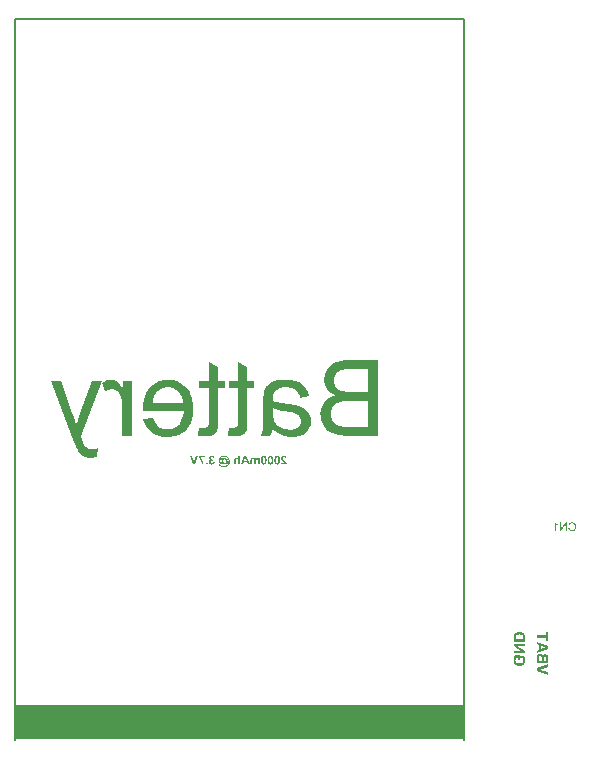
<source format=gbo>
G04*
G04 #@! TF.GenerationSoftware,Altium Limited,Altium Designer,22.5.1 (42)*
G04*
G04 Layer_Color=32896*
%FSLAX25Y25*%
%MOIN*%
G70*
G04*
G04 #@! TF.SameCoordinates,99E8522F-A59E-4A80-82A0-D8EFEBB404AF*
G04*
G04*
G04 #@! TF.FilePolarity,Positive*
G04*
G01*
G75*
%ADD16C,0.00800*%
%ADD109R,1.49606X0.11811*%
G36*
X-8514Y121097D02*
X-8433Y121088D01*
X-8358Y121072D01*
X-8296Y121057D01*
X-8268Y121047D01*
X-8243Y121038D01*
X-8221Y121032D01*
X-8202Y121026D01*
X-8187Y121019D01*
X-8177Y121013D01*
X-8171Y121010D01*
X-8168D01*
X-8099Y120973D01*
X-8040Y120932D01*
X-7990Y120891D01*
X-7949Y120851D01*
X-7915Y120817D01*
X-7890Y120785D01*
X-7878Y120766D01*
X-7871Y120763D01*
Y120760D01*
X-7834Y120698D01*
X-7803Y120629D01*
X-7775Y120561D01*
X-7753Y120492D01*
X-7734Y120433D01*
X-7728Y120408D01*
X-7722Y120386D01*
X-7719Y120367D01*
X-7716Y120355D01*
X-7712Y120345D01*
Y120342D01*
X-8221Y120258D01*
X-8233Y120324D01*
X-8249Y120383D01*
X-8268Y120430D01*
X-8290Y120470D01*
X-8311Y120501D01*
X-8327Y120523D01*
X-8339Y120539D01*
X-8343Y120542D01*
X-8383Y120576D01*
X-8424Y120601D01*
X-8464Y120617D01*
X-8502Y120629D01*
X-8536Y120635D01*
X-8561Y120642D01*
X-8586D01*
X-8639Y120639D01*
X-8686Y120629D01*
X-8723Y120614D01*
X-8758Y120598D01*
X-8786Y120582D01*
X-8804Y120567D01*
X-8817Y120557D01*
X-8820Y120554D01*
X-8848Y120520D01*
X-8870Y120483D01*
X-8885Y120442D01*
X-8898Y120408D01*
X-8904Y120373D01*
X-8907Y120349D01*
Y120330D01*
Y120327D01*
Y120324D01*
X-8901Y120261D01*
X-8889Y120208D01*
X-8870Y120161D01*
X-8848Y120121D01*
X-8823Y120089D01*
X-8804Y120068D01*
X-8792Y120055D01*
X-8786Y120049D01*
X-8736Y120018D01*
X-8683Y119993D01*
X-8626Y119974D01*
X-8570Y119965D01*
X-8520Y119958D01*
X-8499D01*
X-8480Y119955D01*
X-8442D01*
X-8383Y119506D01*
X-8436Y119522D01*
X-8486Y119531D01*
X-8527Y119540D01*
X-8564Y119544D01*
X-8595Y119547D01*
X-8617Y119550D01*
X-8636D01*
X-8695Y119544D01*
X-8748Y119531D01*
X-8795Y119509D01*
X-8835Y119487D01*
X-8867Y119465D01*
X-8892Y119444D01*
X-8904Y119431D01*
X-8910Y119425D01*
X-8948Y119375D01*
X-8976Y119322D01*
X-8995Y119266D01*
X-9010Y119213D01*
X-9016Y119166D01*
X-9020Y119147D01*
Y119129D01*
X-9023Y119113D01*
Y119104D01*
Y119097D01*
Y119094D01*
X-9016Y119016D01*
X-9004Y118948D01*
X-8985Y118888D01*
X-8963Y118838D01*
X-8942Y118798D01*
X-8923Y118770D01*
X-8910Y118751D01*
X-8904Y118745D01*
X-8857Y118701D01*
X-8807Y118670D01*
X-8761Y118648D01*
X-8714Y118632D01*
X-8673Y118623D01*
X-8642Y118620D01*
X-8630Y118617D01*
X-8614D01*
X-8558Y118620D01*
X-8505Y118632D01*
X-8458Y118651D01*
X-8417Y118670D01*
X-8386Y118689D01*
X-8361Y118707D01*
X-8349Y118720D01*
X-8343Y118723D01*
X-8305Y118767D01*
X-8274Y118820D01*
X-8249Y118870D01*
X-8233Y118923D01*
X-8218Y118966D01*
X-8212Y119004D01*
X-8208Y119019D01*
X-8205Y119029D01*
Y119035D01*
Y119038D01*
X-7672Y118973D01*
X-7681Y118907D01*
X-7697Y118842D01*
X-7716Y118782D01*
X-7734Y118726D01*
X-7759Y118673D01*
X-7784Y118626D01*
X-7809Y118582D01*
X-7834Y118542D01*
X-7862Y118505D01*
X-7884Y118473D01*
X-7909Y118445D01*
X-7928Y118423D01*
X-7943Y118405D01*
X-7956Y118392D01*
X-7965Y118386D01*
X-7968Y118383D01*
X-8018Y118342D01*
X-8071Y118308D01*
X-8124Y118280D01*
X-8180Y118252D01*
X-8233Y118230D01*
X-8286Y118214D01*
X-8339Y118199D01*
X-8389Y118186D01*
X-8436Y118177D01*
X-8480Y118171D01*
X-8520Y118165D01*
X-8552Y118161D01*
X-8580D01*
X-8598Y118158D01*
X-8617D01*
X-8692Y118161D01*
X-8767Y118171D01*
X-8835Y118183D01*
X-8901Y118199D01*
X-8960Y118221D01*
X-9020Y118243D01*
X-9073Y118267D01*
X-9120Y118292D01*
X-9163Y118314D01*
X-9201Y118339D01*
X-9232Y118361D01*
X-9260Y118383D01*
X-9282Y118398D01*
X-9297Y118411D01*
X-9307Y118420D01*
X-9310Y118423D01*
X-9360Y118476D01*
X-9400Y118529D01*
X-9438Y118582D01*
X-9469Y118639D01*
X-9497Y118692D01*
X-9519Y118745D01*
X-9538Y118798D01*
X-9553Y118848D01*
X-9566Y118895D01*
X-9572Y118935D01*
X-9578Y118973D01*
X-9584Y119007D01*
Y119032D01*
X-9588Y119054D01*
Y119066D01*
Y119069D01*
X-9584Y119116D01*
X-9581Y119163D01*
X-9566Y119250D01*
X-9541Y119325D01*
X-9513Y119391D01*
X-9500Y119419D01*
X-9484Y119444D01*
X-9472Y119465D01*
X-9463Y119484D01*
X-9450Y119497D01*
X-9444Y119506D01*
X-9441Y119512D01*
X-9438Y119515D01*
X-9410Y119550D01*
X-9378Y119581D01*
X-9316Y119631D01*
X-9251Y119675D01*
X-9185Y119706D01*
X-9132Y119728D01*
X-9107Y119737D01*
X-9085Y119743D01*
X-9070Y119749D01*
X-9057Y119753D01*
X-9048Y119756D01*
X-9045D01*
X-9116Y119799D01*
X-9182Y119846D01*
X-9238Y119896D01*
X-9285Y119946D01*
X-9325Y119996D01*
X-9360Y120046D01*
X-9385Y120096D01*
X-9407Y120142D01*
X-9425Y120186D01*
X-9438Y120230D01*
X-9447Y120267D01*
X-9453Y120299D01*
X-9456Y120324D01*
X-9460Y120345D01*
Y120358D01*
Y120361D01*
X-9456Y120411D01*
X-9450Y120458D01*
X-9441Y120504D01*
X-9428Y120548D01*
X-9394Y120629D01*
X-9357Y120698D01*
X-9338Y120729D01*
X-9319Y120757D01*
X-9300Y120782D01*
X-9285Y120801D01*
X-9272Y120817D01*
X-9263Y120829D01*
X-9257Y120835D01*
X-9254Y120838D01*
X-9207Y120885D01*
X-9157Y120926D01*
X-9104Y120960D01*
X-9048Y120991D01*
X-8995Y121016D01*
X-8942Y121038D01*
X-8889Y121054D01*
X-8835Y121069D01*
X-8789Y121079D01*
X-8745Y121088D01*
X-8704Y121091D01*
X-8670Y121097D01*
X-8642D01*
X-8620Y121100D01*
X-8602D01*
X-8514Y121097D01*
D02*
G37*
G36*
X15469D02*
X15538Y121091D01*
X15603Y121082D01*
X15663Y121069D01*
X15722Y121054D01*
X15775Y121038D01*
X15822Y121019D01*
X15869Y121001D01*
X15909Y120982D01*
X15944Y120963D01*
X15975Y120948D01*
X16000Y120932D01*
X16018Y120919D01*
X16034Y120910D01*
X16043Y120904D01*
X16047Y120901D01*
X16093Y120860D01*
X16134Y120817D01*
X16171Y120766D01*
X16203Y120713D01*
X16230Y120660D01*
X16255Y120604D01*
X16277Y120551D01*
X16296Y120498D01*
X16312Y120448D01*
X16324Y120402D01*
X16333Y120358D01*
X16340Y120320D01*
X16346Y120289D01*
X16349Y120264D01*
X16352Y120252D01*
Y120246D01*
X15803Y120193D01*
X15800Y120236D01*
X15794Y120277D01*
X15778Y120349D01*
X15759Y120408D01*
X15741Y120455D01*
X15719Y120492D01*
X15703Y120517D01*
X15691Y120529D01*
X15688Y120536D01*
X15647Y120570D01*
X15600Y120598D01*
X15553Y120617D01*
X15510Y120629D01*
X15469Y120635D01*
X15438Y120642D01*
X15410D01*
X15348Y120639D01*
X15294Y120626D01*
X15248Y120610D01*
X15207Y120592D01*
X15176Y120573D01*
X15154Y120557D01*
X15138Y120545D01*
X15135Y120542D01*
X15101Y120501D01*
X15076Y120455D01*
X15060Y120408D01*
X15048Y120364D01*
X15042Y120320D01*
X15036Y120289D01*
Y120277D01*
Y120267D01*
Y120261D01*
Y120258D01*
X15042Y120196D01*
X15054Y120133D01*
X15073Y120077D01*
X15092Y120027D01*
X15114Y119983D01*
X15132Y119949D01*
X15142Y119937D01*
X15145Y119927D01*
X15151Y119924D01*
Y119921D01*
X15170Y119896D01*
X15195Y119865D01*
X15226Y119831D01*
X15257Y119796D01*
X15332Y119718D01*
X15413Y119640D01*
X15450Y119603D01*
X15488Y119565D01*
X15519Y119534D01*
X15550Y119506D01*
X15575Y119484D01*
X15594Y119465D01*
X15607Y119453D01*
X15610Y119450D01*
X15694Y119372D01*
X15769Y119297D01*
X15841Y119225D01*
X15903Y119160D01*
X15959Y119100D01*
X16009Y119041D01*
X16056Y118991D01*
X16093Y118945D01*
X16128Y118901D01*
X16156Y118867D01*
X16181Y118832D01*
X16199Y118807D01*
X16212Y118789D01*
X16224Y118773D01*
X16227Y118763D01*
X16230Y118760D01*
X16284Y118664D01*
X16324Y118567D01*
X16359Y118473D01*
X16383Y118389D01*
X16393Y118352D01*
X16399Y118317D01*
X16405Y118286D01*
X16411Y118261D01*
X16415Y118239D01*
Y118224D01*
X16418Y118214D01*
Y118211D01*
X14483D01*
Y118723D01*
X15582D01*
X15544Y118776D01*
X15525Y118801D01*
X15510Y118826D01*
X15494Y118845D01*
X15482Y118860D01*
X15472Y118870D01*
X15469Y118873D01*
X15454Y118888D01*
X15435Y118910D01*
X15413Y118932D01*
X15388Y118957D01*
X15335Y119010D01*
X15279Y119063D01*
X15226Y119113D01*
X15201Y119135D01*
X15179Y119153D01*
X15164Y119169D01*
X15151Y119182D01*
X15142Y119188D01*
X15138Y119191D01*
X15092Y119235D01*
X15048Y119275D01*
X15008Y119316D01*
X14970Y119350D01*
X14939Y119384D01*
X14908Y119413D01*
X14883Y119440D01*
X14858Y119465D01*
X14823Y119506D01*
X14795Y119534D01*
X14783Y119553D01*
X14777Y119559D01*
X14724Y119631D01*
X14677Y119700D01*
X14639Y119762D01*
X14608Y119815D01*
X14586Y119862D01*
X14577Y119880D01*
X14568Y119896D01*
X14561Y119908D01*
X14558Y119921D01*
X14555Y119924D01*
Y119927D01*
X14530Y119993D01*
X14514Y120058D01*
X14502Y120121D01*
X14493Y120180D01*
X14487Y120227D01*
Y120249D01*
X14483Y120264D01*
Y120280D01*
Y120289D01*
Y120295D01*
Y120299D01*
X14487Y120361D01*
X14493Y120420D01*
X14505Y120476D01*
X14521Y120533D01*
X14539Y120582D01*
X14561Y120629D01*
X14583Y120673D01*
X14605Y120710D01*
X14630Y120748D01*
X14652Y120779D01*
X14674Y120807D01*
X14692Y120829D01*
X14708Y120844D01*
X14720Y120860D01*
X14727Y120866D01*
X14730Y120870D01*
X14777Y120910D01*
X14830Y120944D01*
X14883Y120976D01*
X14936Y121004D01*
X14992Y121026D01*
X15048Y121044D01*
X15101Y121060D01*
X15154Y121072D01*
X15204Y121082D01*
X15251Y121088D01*
X15291Y121094D01*
X15326Y121097D01*
X15357Y121100D01*
X15397D01*
X15469Y121097D01*
D02*
G37*
G36*
X805Y118211D02*
X253D01*
Y119256D01*
X250Y119350D01*
X247Y119428D01*
X237Y119497D01*
X228Y119553D01*
X222Y119597D01*
X213Y119628D01*
X209Y119640D01*
Y119647D01*
X206Y119653D01*
X184Y119700D01*
X159Y119743D01*
X134Y119778D01*
X109Y119806D01*
X88Y119827D01*
X69Y119843D01*
X53Y119852D01*
X50Y119855D01*
X10Y119877D01*
X-34Y119896D01*
X-75Y119908D01*
X-115Y119915D01*
X-146Y119921D01*
X-174Y119924D01*
X-196D01*
X-240Y119921D01*
X-277Y119915D01*
X-312Y119908D01*
X-343Y119899D01*
X-365Y119887D01*
X-384Y119880D01*
X-393Y119874D01*
X-396Y119871D01*
X-424Y119849D01*
X-446Y119827D01*
X-465Y119802D01*
X-480Y119781D01*
X-493Y119759D01*
X-499Y119743D01*
X-505Y119731D01*
Y119728D01*
X-511Y119709D01*
X-518Y119684D01*
X-521Y119656D01*
X-524Y119625D01*
X-530Y119559D01*
X-536Y119487D01*
Y119422D01*
X-539Y119391D01*
Y119366D01*
Y119344D01*
Y119328D01*
Y119316D01*
Y119313D01*
Y118211D01*
X-1092D01*
Y119434D01*
Y119484D01*
Y119534D01*
X-1089Y119578D01*
X-1085Y119618D01*
Y119656D01*
X-1082Y119690D01*
X-1079Y119721D01*
X-1076Y119746D01*
X-1073Y119771D01*
X-1070Y119793D01*
X-1067Y119809D01*
Y119824D01*
X-1064Y119834D01*
X-1060Y119843D01*
Y119849D01*
X-1048Y119899D01*
X-1032Y119943D01*
X-1014Y119986D01*
X-998Y120021D01*
X-979Y120052D01*
X-967Y120074D01*
X-958Y120086D01*
X-954Y120093D01*
X-923Y120133D01*
X-889Y120168D01*
X-848Y120199D01*
X-814Y120224D01*
X-780Y120246D01*
X-752Y120261D01*
X-733Y120271D01*
X-730Y120274D01*
X-727D01*
X-667Y120299D01*
X-608Y120314D01*
X-552Y120327D01*
X-499Y120336D01*
X-452Y120342D01*
X-433D01*
X-415Y120345D01*
X-384D01*
X-315Y120342D01*
X-249Y120333D01*
X-187Y120317D01*
X-128Y120295D01*
X-71Y120274D01*
X-18Y120246D01*
X28Y120217D01*
X75Y120189D01*
X113Y120158D01*
X150Y120130D01*
X181Y120102D01*
X206Y120080D01*
X225Y120058D01*
X240Y120043D01*
X250Y120033D01*
X253Y120030D01*
Y121091D01*
X805D01*
Y118211D01*
D02*
G37*
G36*
X6234Y120342D02*
X6303Y120330D01*
X6365Y120314D01*
X6427Y120292D01*
X6484Y120267D01*
X6537Y120239D01*
X6587Y120211D01*
X6630Y120180D01*
X6671Y120149D01*
X6708Y120118D01*
X6740Y120089D01*
X6764Y120064D01*
X6786Y120043D01*
X6802Y120027D01*
X6811Y120015D01*
X6814Y120011D01*
Y120299D01*
X7323D01*
Y118211D01*
X6771D01*
Y119225D01*
Y119278D01*
X6768Y119328D01*
Y119375D01*
X6764Y119419D01*
X6761Y119456D01*
X6758Y119494D01*
X6752Y119525D01*
X6749Y119553D01*
X6746Y119575D01*
X6740Y119597D01*
X6736Y119615D01*
X6733Y119628D01*
X6730Y119640D01*
Y119647D01*
X6727Y119653D01*
X6708Y119700D01*
X6686Y119740D01*
X6662Y119774D01*
X6640Y119802D01*
X6618Y119824D01*
X6599Y119840D01*
X6587Y119849D01*
X6583Y119852D01*
X6543Y119877D01*
X6502Y119893D01*
X6465Y119905D01*
X6431Y119915D01*
X6399Y119921D01*
X6374Y119924D01*
X6353D01*
X6315Y119921D01*
X6281Y119918D01*
X6253Y119912D01*
X6228Y119902D01*
X6209Y119893D01*
X6197Y119887D01*
X6187Y119884D01*
X6184Y119880D01*
X6162Y119862D01*
X6144Y119840D01*
X6115Y119796D01*
X6106Y119778D01*
X6100Y119762D01*
X6094Y119749D01*
Y119746D01*
X6087Y119728D01*
X6084Y119706D01*
X6078Y119678D01*
X6075Y119650D01*
X6069Y119584D01*
X6066Y119518D01*
X6063Y119456D01*
Y119428D01*
Y119403D01*
Y119381D01*
Y119366D01*
Y119356D01*
Y119353D01*
Y118211D01*
X5510D01*
Y119213D01*
Y119266D01*
X5507Y119316D01*
Y119362D01*
X5504Y119406D01*
X5501Y119444D01*
X5498Y119478D01*
X5491Y119512D01*
X5488Y119540D01*
X5485Y119565D01*
X5479Y119584D01*
X5476Y119603D01*
X5473Y119618D01*
X5470Y119628D01*
Y119637D01*
X5466Y119643D01*
X5448Y119693D01*
X5426Y119734D01*
X5401Y119771D01*
X5376Y119799D01*
X5354Y119821D01*
X5336Y119840D01*
X5323Y119849D01*
X5320Y119852D01*
X5279Y119877D01*
X5242Y119893D01*
X5204Y119905D01*
X5173Y119915D01*
X5142Y119921D01*
X5120Y119924D01*
X5102D01*
X5045Y119918D01*
X4998Y119905D01*
X4958Y119887D01*
X4924Y119865D01*
X4899Y119843D01*
X4883Y119824D01*
X4871Y119812D01*
X4868Y119806D01*
X4858Y119787D01*
X4849Y119762D01*
X4839Y119734D01*
X4833Y119706D01*
X4824Y119637D01*
X4814Y119572D01*
X4811Y119506D01*
Y119478D01*
X4808Y119453D01*
Y119431D01*
Y119416D01*
Y119406D01*
Y119403D01*
Y118211D01*
X4256D01*
Y119544D01*
Y119597D01*
X4259Y119650D01*
X4262Y119696D01*
X4265Y119737D01*
X4268Y119778D01*
X4275Y119812D01*
X4281Y119843D01*
X4284Y119874D01*
X4290Y119899D01*
X4296Y119918D01*
X4303Y119937D01*
X4306Y119952D01*
X4309Y119962D01*
X4312Y119971D01*
X4315Y119977D01*
X4346Y120040D01*
X4384Y120096D01*
X4425Y120142D01*
X4462Y120183D01*
X4499Y120211D01*
X4527Y120233D01*
X4546Y120249D01*
X4549Y120252D01*
X4552D01*
X4615Y120283D01*
X4680Y120305D01*
X4746Y120324D01*
X4805Y120333D01*
X4858Y120339D01*
X4880Y120342D01*
X4902Y120345D01*
X4939D01*
X5005Y120342D01*
X5067Y120333D01*
X5127Y120317D01*
X5176Y120305D01*
X5220Y120289D01*
X5251Y120274D01*
X5264Y120271D01*
X5273Y120264D01*
X5276Y120261D01*
X5279D01*
X5339Y120227D01*
X5392Y120189D01*
X5442Y120146D01*
X5488Y120105D01*
X5523Y120068D01*
X5551Y120040D01*
X5563Y120027D01*
X5570Y120018D01*
X5573Y120015D01*
X5576Y120011D01*
X5613Y120071D01*
X5654Y120121D01*
X5694Y120164D01*
X5732Y120199D01*
X5766Y120227D01*
X5794Y120246D01*
X5813Y120258D01*
X5816Y120261D01*
X5819D01*
X5875Y120289D01*
X5934Y120311D01*
X5994Y120324D01*
X6047Y120336D01*
X6094Y120342D01*
X6115D01*
X6131Y120345D01*
X6165D01*
X6234Y120342D01*
D02*
G37*
G36*
X-14140Y118211D02*
X-14763D01*
X-15793Y121091D01*
X-15175D01*
X-14470Y118960D01*
X-13740Y121091D01*
X-13113D01*
X-14140Y118211D01*
D02*
G37*
G36*
X3994Y118211D02*
X3379D01*
X3139Y118867D01*
X1988D01*
X1735Y118211D01*
X1102D01*
X2256Y121091D01*
X2874D01*
X3994Y118211D01*
D02*
G37*
G36*
X-10046D02*
X-10598D01*
Y118763D01*
X-10046D01*
Y118211D01*
D02*
G37*
G36*
X-11048Y120542D02*
X-12302Y120542D01*
X-12230Y120448D01*
X-12165Y120355D01*
X-12099Y120258D01*
X-12040Y120161D01*
X-11984Y120068D01*
X-11934Y119974D01*
X-11887Y119887D01*
X-11843Y119802D01*
X-11806Y119725D01*
X-11772Y119653D01*
X-11743Y119587D01*
X-11722Y119534D01*
X-11703Y119491D01*
X-11687Y119456D01*
X-11684Y119444D01*
X-11681Y119434D01*
X-11678Y119431D01*
Y119428D01*
X-11637Y119313D01*
X-11600Y119197D01*
X-11569Y119085D01*
X-11544Y118976D01*
X-11519Y118870D01*
X-11500Y118770D01*
X-11484Y118676D01*
X-11469Y118586D01*
X-11460Y118505D01*
X-11450Y118433D01*
X-11444Y118367D01*
X-11441Y118314D01*
X-11438Y118271D01*
X-11434Y118239D01*
Y118227D01*
Y118218D01*
Y118214D01*
Y118211D01*
X-11968D01*
X-11971Y118358D01*
X-11987Y118508D01*
X-12005Y118651D01*
X-12015Y118720D01*
X-12027Y118785D01*
X-12040Y118848D01*
X-12049Y118904D01*
X-12062Y118951D01*
X-12071Y118994D01*
X-12077Y119029D01*
X-12083Y119054D01*
X-12090Y119069D01*
Y119076D01*
X-12143Y119253D01*
X-12171Y119341D01*
X-12202Y119425D01*
X-12233Y119503D01*
X-12261Y119581D01*
X-12292Y119650D01*
X-12321Y119718D01*
X-12349Y119778D01*
X-12377Y119831D01*
X-12399Y119877D01*
X-12417Y119918D01*
X-12436Y119949D01*
X-12449Y119974D01*
X-12455Y119986D01*
X-12458Y119993D01*
X-12505Y120071D01*
X-12548Y120146D01*
X-12592Y120214D01*
X-12636Y120277D01*
X-12676Y120336D01*
X-12717Y120392D01*
X-12754Y120442D01*
X-12789Y120486D01*
X-12820Y120523D01*
X-12848Y120557D01*
X-12873Y120589D01*
X-12895Y120610D01*
X-12913Y120629D01*
X-12926Y120645D01*
X-12932Y120651D01*
X-12935Y120654D01*
Y121054D01*
X-11048Y121054D01*
Y120542D01*
D02*
G37*
G36*
X13254Y121097D02*
X13326Y121088D01*
X13395Y121072D01*
X13457Y121054D01*
X13516Y121032D01*
X13569Y121007D01*
X13619Y120979D01*
X13663Y120954D01*
X13700Y120926D01*
X13735Y120898D01*
X13763Y120873D01*
X13788Y120851D01*
X13806Y120832D01*
X13819Y120817D01*
X13828Y120807D01*
X13831Y120804D01*
X13881Y120732D01*
X13925Y120651D01*
X13962Y120564D01*
X13994Y120470D01*
X14022Y120373D01*
X14043Y120277D01*
X14062Y120180D01*
X14078Y120083D01*
X14087Y119993D01*
X14096Y119908D01*
X14103Y119834D01*
X14109Y119765D01*
Y119737D01*
Y119712D01*
X14112Y119690D01*
Y119668D01*
Y119656D01*
Y119643D01*
Y119637D01*
Y119634D01*
X14109Y119484D01*
X14100Y119347D01*
X14087Y119219D01*
X14072Y119104D01*
X14053Y118998D01*
X14031Y118904D01*
X14009Y118820D01*
X13984Y118745D01*
X13959Y118682D01*
X13937Y118626D01*
X13916Y118579D01*
X13897Y118542D01*
X13881Y118514D01*
X13866Y118495D01*
X13859Y118483D01*
X13856Y118480D01*
X13806Y118423D01*
X13753Y118374D01*
X13697Y118330D01*
X13641Y118292D01*
X13585Y118264D01*
X13529Y118236D01*
X13476Y118214D01*
X13422Y118199D01*
X13373Y118186D01*
X13326Y118174D01*
X13285Y118168D01*
X13248Y118165D01*
X13220Y118161D01*
X13198Y118158D01*
X13179D01*
X13104Y118161D01*
X13033Y118171D01*
X12964Y118186D01*
X12901Y118205D01*
X12842Y118227D01*
X12789Y118252D01*
X12739Y118277D01*
X12696Y118305D01*
X12658Y118333D01*
X12624Y118358D01*
X12593Y118383D01*
X12571Y118405D01*
X12552Y118423D01*
X12537Y118439D01*
X12530Y118448D01*
X12527Y118451D01*
X12477Y118523D01*
X12433Y118604D01*
X12396Y118695D01*
X12362Y118785D01*
X12337Y118882D01*
X12312Y118982D01*
X12293Y119079D01*
X12278Y119175D01*
X12268Y119266D01*
X12259Y119350D01*
X12252Y119428D01*
X12246Y119494D01*
Y119525D01*
Y119550D01*
X12243Y119572D01*
Y119593D01*
Y119606D01*
Y119618D01*
Y119625D01*
Y119628D01*
X12246Y119774D01*
X12256Y119912D01*
X12268Y120040D01*
X12287Y120155D01*
X12309Y120261D01*
X12331Y120358D01*
X12359Y120445D01*
X12384Y120520D01*
X12409Y120589D01*
X12433Y120645D01*
X12459Y120695D01*
X12480Y120732D01*
X12499Y120763D01*
X12512Y120785D01*
X12521Y120798D01*
X12524Y120801D01*
X12571Y120854D01*
X12621Y120901D01*
X12674Y120941D01*
X12727Y120976D01*
X12780Y121004D01*
X12836Y121029D01*
X12889Y121047D01*
X12939Y121063D01*
X12989Y121075D01*
X13036Y121085D01*
X13076Y121091D01*
X13111Y121097D01*
X13139D01*
X13160Y121100D01*
X13179D01*
X13254Y121097D01*
D02*
G37*
G36*
X11017D02*
X11089Y121088D01*
X11157Y121072D01*
X11220Y121054D01*
X11279Y121032D01*
X11332Y121007D01*
X11382Y120979D01*
X11426Y120954D01*
X11463Y120926D01*
X11497Y120898D01*
X11526Y120873D01*
X11551Y120851D01*
X11569Y120832D01*
X11582Y120817D01*
X11591Y120807D01*
X11594Y120804D01*
X11644Y120732D01*
X11688Y120651D01*
X11725Y120564D01*
X11756Y120470D01*
X11784Y120373D01*
X11806Y120277D01*
X11825Y120180D01*
X11841Y120083D01*
X11850Y119993D01*
X11859Y119908D01*
X11866Y119834D01*
X11872Y119765D01*
Y119737D01*
Y119712D01*
X11875Y119690D01*
Y119668D01*
Y119656D01*
Y119643D01*
Y119637D01*
Y119634D01*
X11872Y119484D01*
X11863Y119347D01*
X11850Y119219D01*
X11834Y119104D01*
X11816Y118998D01*
X11794Y118904D01*
X11772Y118820D01*
X11747Y118745D01*
X11722Y118682D01*
X11700Y118626D01*
X11678Y118579D01*
X11660Y118542D01*
X11644Y118514D01*
X11629Y118495D01*
X11622Y118483D01*
X11619Y118480D01*
X11569Y118423D01*
X11516Y118374D01*
X11460Y118330D01*
X11404Y118292D01*
X11348Y118264D01*
X11292Y118236D01*
X11238Y118214D01*
X11186Y118199D01*
X11136Y118186D01*
X11089Y118174D01*
X11048Y118168D01*
X11011Y118165D01*
X10983Y118161D01*
X10961Y118158D01*
X10942D01*
X10867Y118161D01*
X10796Y118171D01*
X10727Y118186D01*
X10665Y118205D01*
X10605Y118227D01*
X10552Y118252D01*
X10502Y118277D01*
X10458Y118305D01*
X10421Y118333D01*
X10387Y118358D01*
X10356Y118383D01*
X10334Y118405D01*
X10315Y118423D01*
X10299Y118439D01*
X10293Y118448D01*
X10290Y118451D01*
X10240Y118523D01*
X10197Y118604D01*
X10159Y118695D01*
X10125Y118785D01*
X10100Y118882D01*
X10075Y118982D01*
X10056Y119079D01*
X10041Y119175D01*
X10031Y119266D01*
X10022Y119350D01*
X10016Y119428D01*
X10009Y119494D01*
Y119525D01*
Y119550D01*
X10006Y119572D01*
Y119593D01*
Y119606D01*
Y119618D01*
Y119625D01*
Y119628D01*
X10009Y119774D01*
X10019Y119912D01*
X10031Y120040D01*
X10050Y120155D01*
X10072Y120261D01*
X10093Y120358D01*
X10122Y120445D01*
X10147Y120520D01*
X10171Y120589D01*
X10197Y120645D01*
X10221Y120695D01*
X10243Y120732D01*
X10262Y120763D01*
X10274Y120785D01*
X10284Y120798D01*
X10287Y120801D01*
X10334Y120854D01*
X10384Y120901D01*
X10437Y120941D01*
X10490Y120976D01*
X10543Y121004D01*
X10599Y121029D01*
X10652Y121047D01*
X10702Y121063D01*
X10752Y121075D01*
X10799Y121085D01*
X10839Y121091D01*
X10874Y121097D01*
X10902D01*
X10923Y121100D01*
X10942D01*
X11017Y121097D01*
D02*
G37*
G36*
X8780D02*
X8852Y121088D01*
X8920Y121072D01*
X8983Y121054D01*
X9042Y121032D01*
X9095Y121007D01*
X9145Y120979D01*
X9189Y120954D01*
X9226Y120926D01*
X9261Y120898D01*
X9289Y120873D01*
X9313Y120851D01*
X9332Y120832D01*
X9345Y120817D01*
X9354Y120807D01*
X9357Y120804D01*
X9407Y120732D01*
X9451Y120651D01*
X9488Y120564D01*
X9519Y120470D01*
X9548Y120373D01*
X9569Y120277D01*
X9588Y120180D01*
X9604Y120083D01*
X9613Y119993D01*
X9622Y119908D01*
X9629Y119834D01*
X9635Y119765D01*
Y119737D01*
Y119712D01*
X9638Y119690D01*
Y119668D01*
Y119656D01*
Y119643D01*
Y119637D01*
Y119634D01*
X9635Y119484D01*
X9625Y119347D01*
X9613Y119219D01*
X9597Y119104D01*
X9579Y118998D01*
X9557Y118904D01*
X9535Y118820D01*
X9510Y118745D01*
X9485Y118682D01*
X9463Y118626D01*
X9441Y118579D01*
X9423Y118542D01*
X9407Y118514D01*
X9392Y118495D01*
X9385Y118483D01*
X9382Y118480D01*
X9332Y118423D01*
X9279Y118374D01*
X9223Y118330D01*
X9167Y118292D01*
X9111Y118264D01*
X9054Y118236D01*
X9002Y118214D01*
X8948Y118199D01*
X8899Y118186D01*
X8852Y118174D01*
X8811Y118168D01*
X8774Y118165D01*
X8746Y118161D01*
X8724Y118158D01*
X8705D01*
X8630Y118161D01*
X8558Y118171D01*
X8490Y118186D01*
X8427Y118205D01*
X8368Y118227D01*
X8315Y118252D01*
X8265Y118277D01*
X8222Y118305D01*
X8184Y118333D01*
X8150Y118358D01*
X8118Y118383D01*
X8097Y118405D01*
X8078Y118423D01*
X8062Y118439D01*
X8056Y118448D01*
X8053Y118451D01*
X8003Y118523D01*
X7959Y118604D01*
X7922Y118695D01*
X7888Y118785D01*
X7863Y118882D01*
X7838Y118982D01*
X7819Y119079D01*
X7803Y119175D01*
X7794Y119266D01*
X7785Y119350D01*
X7779Y119428D01*
X7772Y119494D01*
Y119525D01*
Y119550D01*
X7769Y119572D01*
Y119593D01*
Y119606D01*
Y119618D01*
Y119625D01*
Y119628D01*
X7772Y119774D01*
X7782Y119912D01*
X7794Y120040D01*
X7813Y120155D01*
X7835Y120261D01*
X7857Y120358D01*
X7885Y120445D01*
X7909Y120520D01*
X7935Y120589D01*
X7959Y120645D01*
X7984Y120695D01*
X8006Y120732D01*
X8025Y120763D01*
X8037Y120785D01*
X8047Y120798D01*
X8050Y120801D01*
X8097Y120854D01*
X8147Y120901D01*
X8200Y120941D01*
X8253Y120976D01*
X8306Y121004D01*
X8362Y121029D01*
X8415Y121047D01*
X8465Y121063D01*
X8515Y121075D01*
X8562Y121085D01*
X8602Y121091D01*
X8636Y121097D01*
X8664D01*
X8686Y121100D01*
X8705D01*
X8780Y121097D01*
D02*
G37*
G36*
X-4505Y121141D02*
X-4402Y121135D01*
X-4302Y121122D01*
X-4205Y121107D01*
X-4115Y121088D01*
X-4028Y121069D01*
X-3950Y121047D01*
X-3875Y121026D01*
X-3809Y121001D01*
X-3750Y120979D01*
X-3700Y120960D01*
X-3656Y120941D01*
X-3622Y120926D01*
X-3597Y120913D01*
X-3582Y120907D01*
X-3575Y120904D01*
X-3494Y120857D01*
X-3416Y120804D01*
X-3341Y120748D01*
X-3273Y120692D01*
X-3210Y120632D01*
X-3151Y120570D01*
X-3098Y120514D01*
X-3048Y120455D01*
X-3004Y120402D01*
X-2967Y120352D01*
X-2936Y120305D01*
X-2908Y120264D01*
X-2889Y120233D01*
X-2873Y120208D01*
X-2864Y120193D01*
X-2861Y120186D01*
X-2814Y120096D01*
X-2777Y120005D01*
X-2742Y119915D01*
X-2711Y119824D01*
X-2686Y119737D01*
X-2664Y119650D01*
X-2649Y119569D01*
X-2633Y119494D01*
X-2624Y119422D01*
X-2614Y119356D01*
X-2611Y119300D01*
X-2605Y119250D01*
Y119210D01*
X-2602Y119182D01*
Y119163D01*
Y119160D01*
Y119157D01*
X-2605Y119063D01*
X-2611Y118973D01*
X-2624Y118885D01*
X-2636Y118801D01*
X-2655Y118720D01*
X-2674Y118642D01*
X-2695Y118570D01*
X-2717Y118505D01*
X-2736Y118442D01*
X-2758Y118389D01*
X-2777Y118342D01*
X-2795Y118302D01*
X-2808Y118271D01*
X-2820Y118246D01*
X-2826Y118233D01*
X-2829Y118227D01*
X-2876Y118149D01*
X-2926Y118077D01*
X-2979Y118008D01*
X-3036Y117946D01*
X-3095Y117887D01*
X-3154Y117834D01*
X-3210Y117787D01*
X-3266Y117743D01*
X-3319Y117706D01*
X-3369Y117672D01*
X-3416Y117643D01*
X-3453Y117622D01*
X-3488Y117603D01*
X-3510Y117590D01*
X-3525Y117584D01*
X-3531Y117581D01*
X-3622Y117544D01*
X-3716Y117509D01*
X-3809Y117478D01*
X-3906Y117453D01*
X-3999Y117431D01*
X-4093Y117412D01*
X-4184Y117400D01*
X-4268Y117388D01*
X-4349Y117378D01*
X-4421Y117372D01*
X-4486Y117366D01*
X-4542Y117363D01*
X-4589Y117359D01*
X-4652D01*
X-4776Y117363D01*
X-4892Y117372D01*
X-5004Y117385D01*
X-5113Y117400D01*
X-5213Y117422D01*
X-5307Y117444D01*
X-5391Y117466D01*
X-5472Y117490D01*
X-5541Y117516D01*
X-5606Y117537D01*
X-5659Y117562D01*
X-5703Y117581D01*
X-5740Y117597D01*
X-5765Y117609D01*
X-5781Y117619D01*
X-5787Y117622D01*
X-5862Y117665D01*
X-5931Y117715D01*
X-5996Y117765D01*
X-6056Y117815D01*
X-6109Y117868D01*
X-6159Y117921D01*
X-6202Y117971D01*
X-6243Y118021D01*
X-6277Y118068D01*
X-6308Y118111D01*
X-6333Y118149D01*
X-6355Y118183D01*
X-6371Y118211D01*
X-6383Y118230D01*
X-6390Y118246D01*
X-6393Y118249D01*
X-5974D01*
X-5934Y118202D01*
X-5893Y118158D01*
X-5803Y118077D01*
X-5712Y118008D01*
X-5625Y117955D01*
X-5584Y117930D01*
X-5547Y117912D01*
X-5513Y117893D01*
X-5485Y117880D01*
X-5463Y117868D01*
X-5444Y117862D01*
X-5432Y117859D01*
X-5429Y117856D01*
X-5363Y117831D01*
X-5297Y117812D01*
X-5160Y117778D01*
X-5026Y117756D01*
X-4961Y117746D01*
X-4901Y117737D01*
X-4842Y117734D01*
X-4789Y117728D01*
X-4742Y117725D01*
X-4702D01*
X-4670Y117721D01*
X-4623D01*
X-4533Y117725D01*
X-4446Y117728D01*
X-4361Y117737D01*
X-4280Y117746D01*
X-4205Y117759D01*
X-4134Y117771D01*
X-4068Y117787D01*
X-4006Y117803D01*
X-3950Y117815D01*
X-3903Y117831D01*
X-3859Y117843D01*
X-3822Y117856D01*
X-3794Y117865D01*
X-3775Y117874D01*
X-3759Y117877D01*
X-3756Y117880D01*
X-3687Y117912D01*
X-3622Y117946D01*
X-3563Y117983D01*
X-3507Y118024D01*
X-3453Y118065D01*
X-3404Y118105D01*
X-3360Y118146D01*
X-3322Y118186D01*
X-3285Y118224D01*
X-3257Y118258D01*
X-3229Y118289D01*
X-3207Y118317D01*
X-3192Y118342D01*
X-3179Y118358D01*
X-3173Y118370D01*
X-3170Y118374D01*
X-3132Y118439D01*
X-3101Y118505D01*
X-3073Y118570D01*
X-3048Y118636D01*
X-3029Y118698D01*
X-3011Y118763D01*
X-2998Y118823D01*
X-2985Y118879D01*
X-2979Y118932D01*
X-2973Y118979D01*
X-2967Y119023D01*
X-2964Y119060D01*
X-2961Y119088D01*
Y119110D01*
Y119125D01*
Y119129D01*
X-2964Y119210D01*
X-2970Y119288D01*
X-2979Y119362D01*
X-2989Y119437D01*
X-3004Y119509D01*
X-3020Y119575D01*
X-3036Y119640D01*
X-3054Y119700D01*
X-3073Y119753D01*
X-3088Y119802D01*
X-3104Y119846D01*
X-3120Y119880D01*
X-3129Y119912D01*
X-3138Y119930D01*
X-3145Y119946D01*
X-3148Y119949D01*
X-3185Y120021D01*
X-3226Y120089D01*
X-3269Y120152D01*
X-3313Y120211D01*
X-3360Y120267D01*
X-3407Y120317D01*
X-3450Y120364D01*
X-3497Y120405D01*
X-3538Y120442D01*
X-3578Y120473D01*
X-3613Y120501D01*
X-3644Y120523D01*
X-3669Y120542D01*
X-3687Y120554D01*
X-3700Y120561D01*
X-3703Y120564D01*
X-3775Y120601D01*
X-3850Y120635D01*
X-3925Y120664D01*
X-4003Y120692D01*
X-4078Y120710D01*
X-4152Y120729D01*
X-4224Y120745D01*
X-4296Y120754D01*
X-4361Y120763D01*
X-4421Y120770D01*
X-4474Y120776D01*
X-4518Y120779D01*
X-4555Y120782D01*
X-4608D01*
X-4723Y120779D01*
X-4829Y120770D01*
X-4932Y120751D01*
X-5026Y120732D01*
X-5113Y120707D01*
X-5191Y120679D01*
X-5266Y120648D01*
X-5332Y120620D01*
X-5391Y120589D01*
X-5441Y120557D01*
X-5485Y120529D01*
X-5519Y120504D01*
X-5547Y120486D01*
X-5569Y120470D01*
X-5581Y120458D01*
X-5584Y120455D01*
X-5647Y120392D01*
X-5700Y120327D01*
X-5747Y120261D01*
X-5787Y120193D01*
X-5822Y120124D01*
X-5850Y120055D01*
X-5875Y119990D01*
X-5893Y119930D01*
X-5909Y119871D01*
X-5918Y119818D01*
X-5928Y119768D01*
X-5931Y119728D01*
X-5934Y119693D01*
X-5937Y119668D01*
Y119653D01*
Y119647D01*
X-5931Y119547D01*
X-5918Y119450D01*
X-5897Y119362D01*
X-5887Y119322D01*
X-5875Y119281D01*
X-5862Y119247D01*
X-5853Y119216D01*
X-5840Y119188D01*
X-5831Y119166D01*
X-5825Y119147D01*
X-5818Y119135D01*
X-5812Y119125D01*
Y119122D01*
X-5762Y119035D01*
X-5709Y118954D01*
X-5656Y118885D01*
X-5603Y118829D01*
X-5556Y118782D01*
X-5538Y118767D01*
X-5522Y118751D01*
X-5506Y118738D01*
X-5497Y118729D01*
X-5491Y118726D01*
X-5488Y118723D01*
X-5435Y118685D01*
X-5388Y118657D01*
X-5344Y118639D01*
X-5310Y118626D01*
X-5282Y118617D01*
X-5260Y118614D01*
X-5248Y118611D01*
X-5244D01*
X-5223Y118614D01*
X-5207Y118623D01*
X-5195Y118629D01*
X-5191Y118632D01*
X-5179Y118654D01*
X-5173Y118679D01*
X-5170Y118698D01*
Y118704D01*
Y118707D01*
Y118726D01*
X-5173Y118751D01*
X-5179Y118779D01*
X-5182Y118810D01*
X-5188Y118838D01*
X-5191Y118860D01*
X-5195Y118876D01*
Y118882D01*
X-5491Y120292D01*
X-4973D01*
X-4923Y120071D01*
X-4889Y120118D01*
X-4854Y120158D01*
X-4814Y120196D01*
X-4773Y120227D01*
X-4730Y120252D01*
X-4686Y120274D01*
X-4645Y120292D01*
X-4602Y120305D01*
X-4561Y120317D01*
X-4527Y120324D01*
X-4493Y120330D01*
X-4464Y120336D01*
X-4439D01*
X-4421Y120339D01*
X-4405D01*
X-4315Y120333D01*
X-4230Y120320D01*
X-4149Y120295D01*
X-4071Y120267D01*
X-4003Y120230D01*
X-3934Y120193D01*
X-3875Y120149D01*
X-3819Y120108D01*
X-3769Y120064D01*
X-3725Y120021D01*
X-3687Y119983D01*
X-3656Y119946D01*
X-3631Y119918D01*
X-3616Y119893D01*
X-3603Y119880D01*
X-3600Y119874D01*
X-3553Y119802D01*
X-3516Y119728D01*
X-3482Y119656D01*
X-3450Y119581D01*
X-3426Y119509D01*
X-3404Y119440D01*
X-3388Y119375D01*
X-3372Y119309D01*
X-3363Y119250D01*
X-3354Y119197D01*
X-3351Y119150D01*
X-3344Y119110D01*
Y119076D01*
X-3341Y119054D01*
Y119038D01*
Y119032D01*
X-3344Y118963D01*
X-3351Y118901D01*
X-3360Y118838D01*
X-3376Y118782D01*
X-3391Y118729D01*
X-3410Y118679D01*
X-3429Y118636D01*
X-3450Y118595D01*
X-3469Y118558D01*
X-3488Y118526D01*
X-3507Y118498D01*
X-3522Y118476D01*
X-3538Y118458D01*
X-3547Y118445D01*
X-3553Y118439D01*
X-3557Y118436D01*
X-3597Y118395D01*
X-3641Y118361D01*
X-3687Y118333D01*
X-3731Y118305D01*
X-3778Y118283D01*
X-3822Y118267D01*
X-3865Y118252D01*
X-3906Y118239D01*
X-3946Y118230D01*
X-3981Y118224D01*
X-4015Y118218D01*
X-4043Y118214D01*
X-4065D01*
X-4081Y118211D01*
X-4096D01*
X-4152Y118214D01*
X-4209Y118221D01*
X-4259Y118233D01*
X-4308Y118246D01*
X-4355Y118261D01*
X-4402Y118280D01*
X-4443Y118302D01*
X-4480Y118324D01*
X-4514Y118342D01*
X-4542Y118364D01*
X-4571Y118383D01*
X-4592Y118398D01*
X-4611Y118411D01*
X-4623Y118423D01*
X-4630Y118430D01*
X-4633Y118433D01*
X-4645Y118395D01*
X-4661Y118361D01*
X-4680Y118333D01*
X-4698Y118308D01*
X-4714Y118292D01*
X-4730Y118277D01*
X-4739Y118271D01*
X-4742Y118267D01*
X-4776Y118249D01*
X-4817Y118236D01*
X-4857Y118224D01*
X-4898Y118218D01*
X-4932Y118214D01*
X-4961Y118211D01*
X-4989D01*
X-5101Y118218D01*
X-5204Y118233D01*
X-5304Y118258D01*
X-5400Y118292D01*
X-5488Y118330D01*
X-5569Y118374D01*
X-5644Y118417D01*
X-5712Y118467D01*
X-5772Y118514D01*
X-5828Y118558D01*
X-5872Y118601D01*
X-5912Y118642D01*
X-5940Y118673D01*
X-5962Y118698D01*
X-5978Y118714D01*
X-5981Y118720D01*
X-6034Y118798D01*
X-6084Y118876D01*
X-6124Y118954D01*
X-6159Y119032D01*
X-6190Y119110D01*
X-6215Y119185D01*
X-6233Y119256D01*
X-6252Y119325D01*
X-6265Y119391D01*
X-6274Y119447D01*
X-6280Y119500D01*
X-6283Y119544D01*
X-6286Y119578D01*
X-6290Y119606D01*
Y119622D01*
Y119628D01*
X-6286Y119706D01*
X-6280Y119781D01*
X-6271Y119855D01*
X-6258Y119927D01*
X-6243Y119993D01*
X-6224Y120058D01*
X-6205Y120118D01*
X-6187Y120174D01*
X-6168Y120224D01*
X-6149Y120267D01*
X-6131Y120308D01*
X-6115Y120339D01*
X-6102Y120367D01*
X-6093Y120386D01*
X-6087Y120398D01*
X-6084Y120402D01*
X-6043Y120467D01*
X-5999Y120526D01*
X-5953Y120586D01*
X-5906Y120639D01*
X-5856Y120685D01*
X-5809Y120732D01*
X-5759Y120773D01*
X-5712Y120810D01*
X-5669Y120841D01*
X-5628Y120870D01*
X-5591Y120895D01*
X-5556Y120916D01*
X-5531Y120932D01*
X-5510Y120941D01*
X-5497Y120948D01*
X-5494Y120951D01*
X-5422Y120985D01*
X-5347Y121013D01*
X-5269Y121041D01*
X-5195Y121063D01*
X-5120Y121082D01*
X-5048Y121097D01*
X-4976Y121110D01*
X-4911Y121119D01*
X-4848Y121128D01*
X-4792Y121135D01*
X-4742Y121138D01*
X-4698Y121141D01*
X-4664Y121144D01*
X-4614D01*
X-4505Y121141D01*
D02*
G37*
G36*
X103535Y59306D02*
X102895D01*
Y60430D01*
X99751D01*
Y61192D01*
X102895D01*
Y62308D01*
X103535D01*
Y59306D01*
D02*
G37*
G36*
Y57654D02*
Y56842D01*
X99751Y55370D01*
Y56178D01*
X100612Y56494D01*
Y58007D01*
X99751Y58339D01*
Y59171D01*
X103535Y57654D01*
D02*
G37*
G36*
X100964Y55100D02*
X101075Y55079D01*
X101169Y55046D01*
X101256Y55014D01*
X101288Y54997D01*
X101321Y54981D01*
X101350Y54964D01*
X101374Y54948D01*
X101391Y54936D01*
X101403Y54927D01*
X101411Y54923D01*
X101415Y54919D01*
X101502Y54845D01*
X101571Y54759D01*
X101633Y54669D01*
X101678Y54587D01*
X101715Y54509D01*
X101727Y54476D01*
X101739Y54448D01*
X101748Y54423D01*
X101756Y54407D01*
X101760Y54395D01*
Y54390D01*
X101805Y54476D01*
X101858Y54554D01*
X101916Y54620D01*
X101969Y54677D01*
X102018Y54722D01*
X102055Y54755D01*
X102071Y54764D01*
X102084Y54772D01*
X102088Y54780D01*
X102092D01*
X102178Y54829D01*
X102260Y54862D01*
X102342Y54887D01*
X102420Y54907D01*
X102486Y54915D01*
X102510Y54919D01*
X102535D01*
X102555Y54923D01*
X102568D01*
X102576D01*
X102580D01*
X102670Y54919D01*
X102752Y54907D01*
X102830Y54887D01*
X102895Y54866D01*
X102949Y54841D01*
X102990Y54825D01*
X103002Y54817D01*
X103014Y54809D01*
X103018Y54804D01*
X103023D01*
X103092Y54759D01*
X103154Y54710D01*
X103207Y54661D01*
X103256Y54616D01*
X103289Y54575D01*
X103318Y54542D01*
X103334Y54522D01*
X103338Y54518D01*
Y54513D01*
X103379Y54448D01*
X103412Y54378D01*
X103441Y54312D01*
X103461Y54251D01*
X103478Y54198D01*
X103486Y54157D01*
X103490Y54140D01*
X103494Y54128D01*
Y54120D01*
X103502Y54075D01*
X103506Y54030D01*
X103519Y53923D01*
X103527Y53812D01*
X103531Y53702D01*
Y53652D01*
X103535Y53603D01*
Y51939D01*
X99751D01*
Y53357D01*
X99755Y53476D01*
Y53677D01*
X99759Y53763D01*
Y53837D01*
X99763Y53903D01*
Y53960D01*
X99767Y54005D01*
Y54046D01*
X99771Y54079D01*
Y54103D01*
X99775Y54124D01*
Y54144D01*
X99792Y54255D01*
X99816Y54353D01*
X99845Y54444D01*
X99878Y54518D01*
X99907Y54575D01*
X99919Y54599D01*
X99927Y54620D01*
X99939Y54636D01*
X99948Y54649D01*
X99952Y54653D01*
Y54657D01*
X100009Y54731D01*
X100075Y54796D01*
X100140Y54854D01*
X100202Y54899D01*
X100255Y54936D01*
X100300Y54964D01*
X100317Y54973D01*
X100329Y54981D01*
X100337Y54985D01*
X100341D01*
X100435Y55026D01*
X100526Y55055D01*
X100608Y55079D01*
X100686Y55092D01*
X100751Y55100D01*
X100780Y55104D01*
X100800Y55108D01*
X100821D01*
X100833D01*
X100841D01*
X100846D01*
X100907D01*
X100964Y55100D01*
D02*
G37*
G36*
X103535Y50737D02*
X100735Y49811D01*
X103535Y48851D01*
Y48027D01*
X99751Y49376D01*
Y50196D01*
X103535Y51549D01*
Y50737D01*
D02*
G37*
G36*
X94066Y62303D02*
X94152Y62295D01*
X94239Y62287D01*
X94317Y62279D01*
X94390Y62266D01*
X94460Y62254D01*
X94521Y62246D01*
X94575Y62234D01*
X94624Y62221D01*
X94669Y62209D01*
X94702Y62201D01*
X94731Y62193D01*
X94751Y62185D01*
X94763Y62180D01*
X94767D01*
X94899Y62131D01*
X95018Y62074D01*
X95124Y62012D01*
X95169Y61984D01*
X95210Y61955D01*
X95251Y61926D01*
X95284Y61902D01*
X95313Y61877D01*
X95337Y61861D01*
X95358Y61844D01*
X95370Y61832D01*
X95378Y61824D01*
X95382Y61820D01*
X95469Y61725D01*
X95542Y61631D01*
X95604Y61537D01*
X95649Y61446D01*
X95686Y61369D01*
X95702Y61336D01*
X95710Y61307D01*
X95719Y61282D01*
X95727Y61266D01*
X95731Y61254D01*
Y61250D01*
X95743Y61200D01*
X95756Y61147D01*
X95772Y61032D01*
X95788Y60913D01*
X95797Y60799D01*
X95801Y60745D01*
Y60651D01*
X95805Y60610D01*
Y59138D01*
X92020D01*
Y60651D01*
X92025Y60725D01*
X92029Y60795D01*
X92033Y60856D01*
X92037Y60918D01*
X92045Y60975D01*
X92053Y61024D01*
X92062Y61069D01*
X92066Y61110D01*
X92074Y61147D01*
X92082Y61180D01*
X92086Y61205D01*
X92090Y61225D01*
X92094Y61237D01*
X92098Y61246D01*
Y61250D01*
X92143Y61369D01*
X92193Y61475D01*
X92242Y61565D01*
X92291Y61643D01*
X92312Y61676D01*
X92332Y61705D01*
X92353Y61725D01*
X92369Y61746D01*
X92381Y61762D01*
X92394Y61774D01*
X92398Y61779D01*
X92402Y61783D01*
X92504Y61877D01*
X92615Y61959D01*
X92726Y62029D01*
X92832Y62086D01*
X92882Y62111D01*
X92927Y62131D01*
X92968Y62148D01*
X93000Y62164D01*
X93029Y62172D01*
X93054Y62180D01*
X93066Y62189D01*
X93070D01*
X93201Y62230D01*
X93337Y62258D01*
X93472Y62279D01*
X93599Y62291D01*
X93656Y62299D01*
X93710Y62303D01*
X93755D01*
X93796Y62308D01*
X93829D01*
X93853D01*
X93870D01*
X93874D01*
X93972D01*
X94066Y62303D01*
D02*
G37*
G36*
X95805Y57625D02*
X93263D01*
X95805Y56067D01*
Y55329D01*
X92020D01*
Y56034D01*
X94505D01*
X92020Y57568D01*
Y58331D01*
X95805D01*
Y57625D01*
D02*
G37*
G36*
X94046Y52972D02*
X93406D01*
Y53845D01*
X92923D01*
X92873Y53775D01*
X92832Y53706D01*
X92795Y53636D01*
X92763Y53570D01*
X92734Y53513D01*
X92713Y53468D01*
X92705Y53452D01*
X92701Y53439D01*
X92697Y53431D01*
Y53427D01*
X92664Y53337D01*
X92644Y53251D01*
X92627Y53173D01*
X92615Y53099D01*
X92607Y53037D01*
Y53009D01*
X92603Y52988D01*
Y52947D01*
X92607Y52857D01*
X92619Y52775D01*
X92636Y52697D01*
X92656Y52619D01*
X92681Y52549D01*
X92709Y52488D01*
X92738Y52426D01*
X92771Y52373D01*
X92804Y52328D01*
X92832Y52283D01*
X92861Y52250D01*
X92886Y52217D01*
X92906Y52197D01*
X92927Y52176D01*
X92935Y52168D01*
X92939Y52164D01*
X93005Y52111D01*
X93078Y52066D01*
X93156Y52025D01*
X93238Y51992D01*
X93324Y51963D01*
X93406Y51939D01*
X93492Y51918D01*
X93570Y51902D01*
X93648Y51889D01*
X93722Y51881D01*
X93783Y51873D01*
X93841Y51869D01*
X93886D01*
X93923Y51865D01*
X93943D01*
X93952D01*
X94066Y51869D01*
X94173Y51877D01*
X94271Y51894D01*
X94362Y51910D01*
X94448Y51934D01*
X94526Y51959D01*
X94595Y51984D01*
X94657Y52012D01*
X94714Y52041D01*
X94759Y52066D01*
X94800Y52090D01*
X94833Y52115D01*
X94862Y52131D01*
X94878Y52148D01*
X94890Y52156D01*
X94895Y52160D01*
X94952Y52217D01*
X95001Y52279D01*
X95042Y52345D01*
X95079Y52410D01*
X95112Y52476D01*
X95136Y52541D01*
X95157Y52607D01*
X95173Y52668D01*
X95186Y52726D01*
X95198Y52783D01*
X95206Y52832D01*
X95210Y52873D01*
X95214Y52906D01*
Y52955D01*
X95206Y53074D01*
X95190Y53181D01*
X95161Y53275D01*
X95132Y53353D01*
X95116Y53386D01*
X95104Y53419D01*
X95087Y53443D01*
X95075Y53464D01*
X95067Y53484D01*
X95059Y53497D01*
X95050Y53501D01*
Y53505D01*
X94985Y53583D01*
X94915Y53644D01*
X94841Y53698D01*
X94772Y53738D01*
X94710Y53771D01*
X94681Y53784D01*
X94657Y53792D01*
X94640Y53800D01*
X94624Y53804D01*
X94616Y53808D01*
X94612D01*
X94755Y54567D01*
X94849Y54542D01*
X94940Y54513D01*
X95026Y54476D01*
X95104Y54440D01*
X95173Y54399D01*
X95243Y54353D01*
X95305Y54312D01*
X95358Y54267D01*
X95407Y54226D01*
X95452Y54185D01*
X95485Y54149D01*
X95518Y54120D01*
X95542Y54091D01*
X95559Y54071D01*
X95567Y54058D01*
X95571Y54054D01*
X95624Y53976D01*
X95670Y53894D01*
X95706Y53808D01*
X95743Y53718D01*
X95772Y53624D01*
X95793Y53534D01*
X95813Y53443D01*
X95829Y53357D01*
X95842Y53275D01*
X95850Y53201D01*
X95858Y53132D01*
X95862Y53070D01*
X95866Y53025D01*
Y52857D01*
X95858Y52763D01*
X95850Y52672D01*
X95838Y52586D01*
X95821Y52504D01*
X95805Y52431D01*
X95788Y52361D01*
X95772Y52299D01*
X95756Y52242D01*
X95739Y52193D01*
X95723Y52152D01*
X95706Y52115D01*
X95694Y52086D01*
X95686Y52066D01*
X95682Y52053D01*
X95678Y52049D01*
X95628Y51963D01*
X95575Y51881D01*
X95522Y51803D01*
X95464Y51734D01*
X95403Y51668D01*
X95346Y51611D01*
X95288Y51553D01*
X95231Y51508D01*
X95178Y51463D01*
X95128Y51426D01*
X95083Y51397D01*
X95046Y51369D01*
X95013Y51348D01*
X94989Y51336D01*
X94972Y51328D01*
X94968Y51324D01*
X94882Y51279D01*
X94792Y51242D01*
X94702Y51209D01*
X94612Y51180D01*
X94521Y51160D01*
X94435Y51139D01*
X94349Y51123D01*
X94271Y51110D01*
X94198Y51098D01*
X94132Y51090D01*
X94071Y51086D01*
X94017Y51082D01*
X93976Y51078D01*
X93943D01*
X93927D01*
X93919D01*
X93816Y51082D01*
X93718Y51086D01*
X93624Y51098D01*
X93529Y51110D01*
X93443Y51131D01*
X93361Y51147D01*
X93283Y51168D01*
X93209Y51188D01*
X93144Y51209D01*
X93086Y51229D01*
X93033Y51250D01*
X92992Y51266D01*
X92955Y51279D01*
X92931Y51291D01*
X92914Y51295D01*
X92910Y51299D01*
X92824Y51344D01*
X92746Y51389D01*
X92672Y51442D01*
X92603Y51496D01*
X92541Y51549D01*
X92480Y51607D01*
X92426Y51660D01*
X92381Y51713D01*
X92336Y51762D01*
X92299Y51807D01*
X92271Y51853D01*
X92242Y51885D01*
X92221Y51918D01*
X92209Y51939D01*
X92201Y51955D01*
X92197Y51959D01*
X92152Y52045D01*
X92115Y52131D01*
X92082Y52217D01*
X92053Y52308D01*
X92033Y52398D01*
X92012Y52484D01*
X91996Y52566D01*
X91984Y52644D01*
X91971Y52718D01*
X91963Y52783D01*
X91959Y52845D01*
X91955Y52898D01*
X91951Y52939D01*
Y52996D01*
X91955Y53083D01*
X91959Y53169D01*
X91979Y53337D01*
X91992Y53419D01*
X92008Y53492D01*
X92025Y53566D01*
X92041Y53632D01*
X92057Y53693D01*
X92070Y53751D01*
X92086Y53800D01*
X92098Y53841D01*
X92111Y53874D01*
X92119Y53898D01*
X92127Y53915D01*
Y53919D01*
X92160Y54001D01*
X92197Y54079D01*
X92230Y54153D01*
X92266Y54218D01*
X92299Y54284D01*
X92332Y54341D01*
X92365Y54390D01*
X92398Y54440D01*
X92426Y54481D01*
X92451Y54518D01*
X92476Y54546D01*
X92496Y54571D01*
X92513Y54591D01*
X92525Y54604D01*
X92529Y54612D01*
X92533Y54616D01*
X94046D01*
Y52972D01*
D02*
G37*
G36*
X16495Y146454D02*
X17288Y146372D01*
X17999Y146262D01*
X18327Y146208D01*
X18600Y146153D01*
X18873Y146098D01*
X19119Y146044D01*
X19311Y145989D01*
X19475Y145934D01*
X19612Y145879D01*
X19721Y145852D01*
X19776Y145825D01*
X19803D01*
X20432Y145552D01*
X20978Y145251D01*
X21443Y144950D01*
X21826Y144649D01*
X22127Y144376D01*
X22345Y144157D01*
X22482Y144020D01*
X22537Y143993D01*
Y143966D01*
X22865Y143501D01*
X23138Y142982D01*
X23357Y142462D01*
X23549Y141970D01*
X23685Y141533D01*
X23740Y141341D01*
X23795Y141177D01*
X23822Y141040D01*
X23849Y140931D01*
X23877Y140876D01*
Y140849D01*
X20842Y140439D01*
X20732Y140794D01*
X20623Y141122D01*
X20404Y141669D01*
X20131Y142161D01*
X19885Y142517D01*
X19666Y142790D01*
X19475Y143009D01*
X19365Y143118D01*
X19311Y143146D01*
X18873Y143392D01*
X18354Y143583D01*
X17834Y143720D01*
X17315Y143829D01*
X16823Y143884D01*
X16632D01*
X16440Y143911D01*
X16085D01*
X15265Y143856D01*
X14554Y143747D01*
X13952Y143583D01*
X13460Y143392D01*
X13077Y143173D01*
X12941Y143091D01*
X12804Y143009D01*
X12695Y142954D01*
X12640Y142900D01*
X12585Y142845D01*
X12284Y142517D01*
X12066Y142107D01*
X11902Y141669D01*
X11792Y141232D01*
X11738Y140822D01*
X11683Y140494D01*
Y140384D01*
Y140275D01*
Y140220D01*
Y140193D01*
Y140111D01*
Y140001D01*
Y139728D01*
X11710Y139619D01*
Y139509D01*
Y139427D01*
Y139400D01*
X12066Y139291D01*
X12449Y139181D01*
X12886Y139072D01*
X13323Y138962D01*
X14226Y138771D01*
X15128Y138607D01*
X15565Y138552D01*
X15948Y138498D01*
X16303Y138443D01*
X16632Y138388D01*
X16878Y138361D01*
X17069Y138334D01*
X17178Y138306D01*
X17233D01*
X17889Y138224D01*
X18436Y138142D01*
X18928Y138060D01*
X19311Y138006D01*
X19612Y137924D01*
X19830Y137896D01*
X19940Y137842D01*
X19994D01*
X20432Y137705D01*
X20869Y137541D01*
X21252Y137377D01*
X21580Y137213D01*
X21853Y137076D01*
X22045Y136939D01*
X22182Y136857D01*
X22236Y136830D01*
X22592Y136557D01*
X22892Y136283D01*
X23166Y135983D01*
X23384Y135709D01*
X23576Y135436D01*
X23712Y135244D01*
X23795Y135108D01*
X23822Y135053D01*
X24013Y134616D01*
X24177Y134205D01*
X24287Y133795D01*
X24341Y133413D01*
X24396Y133084D01*
X24423Y132811D01*
Y132647D01*
Y132620D01*
Y132592D01*
X24396Y132182D01*
X24341Y131772D01*
X24287Y131389D01*
X24177Y131034D01*
X23904Y130378D01*
X23603Y129858D01*
X23467Y129612D01*
X23330Y129421D01*
X23193Y129229D01*
X23056Y129093D01*
X22947Y128983D01*
X22892Y128901D01*
X22838Y128847D01*
X22810Y128819D01*
X22482Y128573D01*
X22154Y128355D01*
X21771Y128136D01*
X21416Y127972D01*
X20651Y127726D01*
X19885Y127562D01*
X19557Y127480D01*
X19229Y127452D01*
X18928Y127425D01*
X18682Y127398D01*
X18491Y127370D01*
X18190D01*
X17506Y127398D01*
X16878Y127452D01*
X16303Y127562D01*
X15784Y127671D01*
X15374Y127780D01*
X15182Y127835D01*
X15046Y127890D01*
X14936Y127917D01*
X14854Y127945D01*
X14800Y127972D01*
X14772D01*
X14171Y128245D01*
X13569Y128546D01*
X13023Y128901D01*
X12503Y129257D01*
X12066Y129558D01*
X11902Y129722D01*
X11738Y129831D01*
X11601Y129940D01*
X11519Y130022D01*
X11464Y130050D01*
X11437Y130077D01*
X11382Y129585D01*
X11300Y129148D01*
X11191Y128765D01*
X11082Y128437D01*
X10999Y128163D01*
X10917Y127945D01*
X10863Y127835D01*
X10835Y127780D01*
X7609D01*
X7801Y128163D01*
X7965Y128573D01*
X8101Y128929D01*
X8211Y129257D01*
X8293Y129558D01*
X8348Y129776D01*
X8375Y129913D01*
Y129968D01*
X8402Y130214D01*
X8429Y130542D01*
X8457Y130897D01*
X8484Y131307D01*
X8512Y131745D01*
Y132210D01*
X8539Y133139D01*
Y133577D01*
X8566Y134014D01*
Y134397D01*
Y134752D01*
Y135026D01*
Y135244D01*
Y135381D01*
Y135436D01*
Y139564D01*
Y139947D01*
Y140275D01*
X8593Y140576D01*
Y140876D01*
X8621Y141368D01*
X8648Y141751D01*
X8676Y142052D01*
X8703Y142243D01*
X8730Y142380D01*
Y142407D01*
X8840Y142872D01*
X9004Y143282D01*
X9168Y143638D01*
X9332Y143938D01*
X9468Y144184D01*
X9605Y144376D01*
X9687Y144485D01*
X9714Y144512D01*
X10015Y144813D01*
X10343Y145087D01*
X10699Y145333D01*
X11054Y145524D01*
X11382Y145688D01*
X11628Y145798D01*
X11738Y145852D01*
X11820Y145879D01*
X11847Y145907D01*
X11874D01*
X12449Y146098D01*
X13077Y146235D01*
X13706Y146344D01*
X14308Y146399D01*
X14827Y146454D01*
X15073D01*
X15265Y146481D01*
X15647D01*
X16495Y146454D01*
D02*
G37*
G36*
X-52293Y127753D02*
X-52156Y127425D01*
X-52074Y127179D01*
X-52019Y127042D01*
X-51992Y126988D01*
X-51883Y126660D01*
X-51773Y126359D01*
X-51664Y126085D01*
X-51582Y125839D01*
X-51418Y125429D01*
X-51281Y125128D01*
X-51199Y124910D01*
X-51117Y124773D01*
X-51090Y124691D01*
X-51062Y124664D01*
X-50734Y124254D01*
X-50543Y124090D01*
X-50379Y123953D01*
X-50242Y123844D01*
X-50133Y123761D01*
X-50051Y123734D01*
X-50023Y123707D01*
X-49777Y123597D01*
X-49504Y123515D01*
X-49231Y123433D01*
X-48985Y123406D01*
X-48739Y123379D01*
X-48547Y123351D01*
X-48383D01*
X-48110Y123379D01*
X-47809Y123406D01*
X-47508Y123461D01*
X-47235Y123515D01*
X-46989Y123570D01*
X-46797Y123597D01*
X-46688Y123652D01*
X-46633D01*
X-46989Y120754D01*
X-47399Y120617D01*
X-47754Y120535D01*
X-48110Y120453D01*
X-48410Y120426D01*
X-48629Y120399D01*
X-48820Y120371D01*
X-48985D01*
X-49531Y120399D01*
X-49996Y120481D01*
X-50433Y120617D01*
X-50816Y120754D01*
X-51117Y120863D01*
X-51336Y121000D01*
X-51473Y121082D01*
X-51527Y121109D01*
X-51910Y121410D01*
X-52265Y121766D01*
X-52593Y122121D01*
X-52867Y122504D01*
X-53086Y122832D01*
X-53277Y123105D01*
X-53332Y123215D01*
X-53386Y123297D01*
X-53414Y123324D01*
Y123351D01*
X-53550Y123570D01*
X-53660Y123844D01*
X-53796Y124144D01*
X-53960Y124472D01*
X-54234Y125156D01*
X-54535Y125839D01*
X-54644Y126167D01*
X-54781Y126468D01*
X-54890Y126742D01*
X-54972Y126988D01*
X-55054Y127206D01*
X-55109Y127343D01*
X-55163Y127452D01*
Y127480D01*
X-62108Y146071D01*
X-59018D01*
X-55081Y135381D01*
X-54808Y134615D01*
X-54562Y133877D01*
X-54343Y133166D01*
X-54152Y132538D01*
X-54070Y132264D01*
X-54015Y132018D01*
X-53933Y131772D01*
X-53906Y131581D01*
X-53851Y131444D01*
X-53824Y131335D01*
X-53796Y131253D01*
Y131225D01*
X-53578Y132045D01*
X-53359Y132811D01*
X-53113Y133549D01*
X-52921Y134178D01*
X-52812Y134451D01*
X-52730Y134697D01*
X-52648Y134916D01*
X-52593Y135108D01*
X-52539Y135272D01*
X-52484Y135381D01*
X-52457Y135436D01*
Y135463D01*
X-48656Y146071D01*
X-45376D01*
X-52293Y127753D01*
D02*
G37*
G36*
X3262Y150582D02*
Y146071D01*
X5559D01*
Y143665D01*
X3262D01*
Y133112D01*
Y132620D01*
X3235Y132155D01*
Y131745D01*
X3207Y131362D01*
X3180Y131034D01*
X3153Y130733D01*
X3125Y130460D01*
X3071Y130241D01*
X3043Y130050D01*
X3016Y129886D01*
X2989Y129749D01*
X2961Y129640D01*
X2934Y129503D01*
X2907Y129448D01*
X2743Y129148D01*
X2551Y128874D01*
X2333Y128628D01*
X2114Y128437D01*
X1895Y128273D01*
X1731Y128163D01*
X1622Y128081D01*
X1595Y128054D01*
X1212Y127890D01*
X802Y127753D01*
X364Y127671D01*
X-73Y127589D01*
X-456Y127562D01*
X-757Y127534D01*
X-1030D01*
X-1850Y127589D01*
X-2233Y127616D01*
X-2589Y127671D01*
X-2917Y127726D01*
X-3163Y127753D01*
X-3327Y127808D01*
X-3381D01*
X-2971Y130542D01*
X-2671Y130515D01*
X-2397Y130487D01*
X-2151Y130460D01*
X-1960D01*
X-1796Y130432D01*
X-1331D01*
X-1112Y130460D01*
X-948Y130515D01*
X-784Y130542D01*
X-675Y130596D01*
X-593Y130624D01*
X-538Y130651D01*
X-511D01*
X-292Y130842D01*
X-128Y131034D01*
X-19Y131198D01*
X9Y131225D01*
Y131253D01*
X63Y131444D01*
X91Y131690D01*
X146Y131964D01*
Y132237D01*
X173Y132510D01*
Y132729D01*
Y132893D01*
Y132920D01*
Y132948D01*
Y143665D01*
X-2971D01*
Y146071D01*
X173D01*
Y152441D01*
X3262Y150582D01*
D02*
G37*
G36*
X-6526D02*
Y146071D01*
X-4229D01*
Y143665D01*
X-6526D01*
Y133112D01*
Y132620D01*
X-6553Y132155D01*
Y131745D01*
X-6580Y131362D01*
X-6607Y131034D01*
X-6635Y130733D01*
X-6662Y130460D01*
X-6717Y130241D01*
X-6744Y130050D01*
X-6772Y129886D01*
X-6799Y129749D01*
X-6826Y129640D01*
X-6854Y129503D01*
X-6881Y129448D01*
X-7045Y129148D01*
X-7236Y128874D01*
X-7455Y128628D01*
X-7674Y128437D01*
X-7892Y128273D01*
X-8056Y128163D01*
X-8166Y128081D01*
X-8193Y128054D01*
X-8576Y127890D01*
X-8986Y127753D01*
X-9424Y127671D01*
X-9861Y127589D01*
X-10244Y127562D01*
X-10544Y127534D01*
X-10818D01*
X-11638Y127589D01*
X-12021Y127616D01*
X-12376Y127671D01*
X-12704Y127726D01*
X-12950Y127753D01*
X-13114Y127808D01*
X-13169D01*
X-12759Y130542D01*
X-12458Y130515D01*
X-12185Y130487D01*
X-11939Y130460D01*
X-11747D01*
X-11583Y130432D01*
X-11119D01*
X-10900Y130460D01*
X-10736Y130515D01*
X-10572Y130542D01*
X-10463Y130596D01*
X-10380Y130624D01*
X-10326Y130651D01*
X-10298D01*
X-10080Y130842D01*
X-9916Y131034D01*
X-9806Y131198D01*
X-9779Y131225D01*
Y131253D01*
X-9724Y131444D01*
X-9697Y131690D01*
X-9642Y131964D01*
Y132237D01*
X-9615Y132510D01*
Y132729D01*
Y132893D01*
Y132920D01*
Y132948D01*
Y143665D01*
X-12759D01*
Y146071D01*
X-9615D01*
Y152441D01*
X-6526Y150582D01*
D02*
G37*
G36*
X-22601Y146454D02*
X-21918Y146372D01*
X-21316Y146235D01*
X-20715Y146071D01*
X-20168Y145879D01*
X-19649Y145661D01*
X-19184Y145442D01*
X-18774Y145196D01*
X-18391Y144950D01*
X-18063Y144731D01*
X-17762Y144512D01*
X-17544Y144321D01*
X-17352Y144157D01*
X-17215Y144020D01*
X-17133Y143938D01*
X-17106Y143911D01*
X-16696Y143419D01*
X-16341Y142872D01*
X-16013Y142298D01*
X-15739Y141724D01*
X-15520Y141122D01*
X-15329Y140521D01*
X-15165Y139947D01*
X-15056Y139373D01*
X-14946Y138853D01*
X-14891Y138334D01*
X-14837Y137896D01*
X-14782Y137513D01*
Y137185D01*
X-14755Y136939D01*
Y136803D01*
Y136748D01*
X-14782Y135928D01*
X-14864Y135162D01*
X-14974Y134451D01*
X-15110Y133795D01*
X-15302Y133166D01*
X-15493Y132592D01*
X-15712Y132073D01*
X-15931Y131608D01*
X-16122Y131198D01*
X-16341Y130842D01*
X-16532Y130542D01*
X-16723Y130296D01*
X-16860Y130077D01*
X-16969Y129940D01*
X-17051Y129858D01*
X-17079Y129831D01*
X-17544Y129393D01*
X-18036Y129011D01*
X-18528Y128683D01*
X-19075Y128409D01*
X-19594Y128163D01*
X-20141Y127972D01*
X-20660Y127808D01*
X-21152Y127671D01*
X-21617Y127589D01*
X-22055Y127507D01*
X-22437Y127452D01*
X-22793Y127398D01*
X-23066D01*
X-23285Y127370D01*
X-23449D01*
X-24023Y127398D01*
X-24597Y127425D01*
X-25117Y127507D01*
X-25609Y127616D01*
X-26074Y127726D01*
X-26484Y127863D01*
X-26894Y127999D01*
X-27249Y128136D01*
X-27577Y128273D01*
X-27851Y128409D01*
X-28097Y128546D01*
X-28315Y128655D01*
X-28452Y128765D01*
X-28589Y128847D01*
X-28644Y128874D01*
X-28671Y128901D01*
X-29054Y129202D01*
X-29382Y129530D01*
X-29682Y129886D01*
X-29983Y130241D01*
X-30475Y130979D01*
X-30858Y131663D01*
X-30995Y131991D01*
X-31132Y132292D01*
X-31241Y132565D01*
X-31323Y132811D01*
X-31405Y133002D01*
X-31460Y133139D01*
X-31487Y133248D01*
Y133276D01*
X-28261Y133686D01*
X-27987Y133002D01*
X-27659Y132401D01*
X-27331Y131881D01*
X-27031Y131499D01*
X-26757Y131171D01*
X-26538Y130952D01*
X-26402Y130842D01*
X-26374Y130788D01*
X-26347D01*
X-25882Y130487D01*
X-25390Y130296D01*
X-24898Y130132D01*
X-24461Y130022D01*
X-24050Y129968D01*
X-23722Y129940D01*
X-23613Y129913D01*
X-23449D01*
X-23039Y129940D01*
X-22629Y129995D01*
X-22246Y130050D01*
X-21891Y130159D01*
X-21234Y130405D01*
X-20688Y130706D01*
X-20442Y130842D01*
X-20223Y131007D01*
X-20059Y131143D01*
X-19895Y131253D01*
X-19785Y131362D01*
X-19703Y131444D01*
X-19649Y131471D01*
X-19621Y131499D01*
X-19348Y131827D01*
X-19102Y132155D01*
X-18911Y132538D01*
X-18719Y132893D01*
X-18418Y133686D01*
X-18200Y134424D01*
X-18118Y134780D01*
X-18063Y135108D01*
X-18008Y135381D01*
X-17981Y135654D01*
X-17954Y135846D01*
X-17926Y136010D01*
Y136119D01*
Y136146D01*
X-31569D01*
X-31596Y136502D01*
Y136775D01*
Y136912D01*
Y136967D01*
X-31569Y137787D01*
X-31487Y138552D01*
X-31378Y139291D01*
X-31241Y139974D01*
X-31049Y140603D01*
X-30858Y141177D01*
X-30639Y141697D01*
X-30448Y142161D01*
X-30229Y142571D01*
X-30011Y142954D01*
X-29819Y143255D01*
X-29628Y143501D01*
X-29491Y143720D01*
X-29382Y143856D01*
X-29300Y143938D01*
X-29272Y143966D01*
X-28835Y144403D01*
X-28343Y144786D01*
X-27851Y145141D01*
X-27359Y145415D01*
X-26866Y145661D01*
X-26347Y145879D01*
X-25882Y146044D01*
X-25417Y146180D01*
X-24980Y146262D01*
X-24570Y146344D01*
X-24215Y146399D01*
X-23886Y146454D01*
X-23640D01*
X-23449Y146481D01*
X-23285D01*
X-22601Y146454D01*
D02*
G37*
G36*
X46651Y127780D02*
X37054D01*
X36180Y127808D01*
X35387Y127835D01*
X34703Y127917D01*
X34375Y127945D01*
X34102Y127999D01*
X33856Y128026D01*
X33637Y128054D01*
X33446Y128109D01*
X33281Y128136D01*
X33145Y128163D01*
X33063D01*
X33008Y128191D01*
X32981D01*
X32379Y128355D01*
X31833Y128546D01*
X31368Y128765D01*
X30985Y128956D01*
X30657Y129148D01*
X30411Y129284D01*
X30274Y129393D01*
X30220Y129421D01*
X29809Y129776D01*
X29454Y130159D01*
X29126Y130542D01*
X28880Y130925D01*
X28661Y131253D01*
X28497Y131526D01*
X28442Y131635D01*
X28388Y131717D01*
X28360Y131745D01*
Y131772D01*
X28114Y132346D01*
X27923Y132948D01*
X27786Y133494D01*
X27677Y134014D01*
X27622Y134451D01*
Y134616D01*
X27595Y134780D01*
Y134916D01*
Y134998D01*
Y135053D01*
Y135080D01*
Y135490D01*
X27650Y135873D01*
X27786Y136611D01*
X28005Y137267D01*
X28224Y137814D01*
X28333Y138060D01*
X28442Y138279D01*
X28552Y138470D01*
X28661Y138634D01*
X28743Y138744D01*
X28798Y138826D01*
X28825Y138881D01*
X28852Y138908D01*
X29345Y139482D01*
X29919Y139947D01*
X30493Y140357D01*
X31067Y140658D01*
X31559Y140904D01*
X31778Y140986D01*
X31969Y141068D01*
X32133Y141122D01*
X32243Y141177D01*
X32325Y141204D01*
X32352D01*
X31723Y141560D01*
X31204Y141943D01*
X30739Y142325D01*
X30384Y142681D01*
X30083Y143009D01*
X29891Y143255D01*
X29809Y143364D01*
X29755Y143446D01*
X29727Y143474D01*
Y143501D01*
X29427Y144048D01*
X29208Y144567D01*
X29044Y145087D01*
X28934Y145552D01*
X28880Y145962D01*
X28825Y146262D01*
Y146372D01*
Y146454D01*
Y146508D01*
Y146536D01*
X28880Y147192D01*
X28989Y147793D01*
X29153Y148368D01*
X29317Y148860D01*
X29509Y149270D01*
X29591Y149461D01*
X29673Y149598D01*
X29755Y149707D01*
X29782Y149789D01*
X29837Y149844D01*
Y149871D01*
X30247Y150418D01*
X30684Y150910D01*
X31122Y151320D01*
X31559Y151648D01*
X31969Y151894D01*
X32270Y152086D01*
X32407Y152140D01*
X32489Y152195D01*
X32543Y152222D01*
X32571D01*
X33281Y152496D01*
X34020Y152687D01*
X34813Y152824D01*
X35523Y152906D01*
X35879Y152961D01*
X36180Y152988D01*
X36480D01*
X36726Y153015D01*
X46651D01*
Y127780D01*
D02*
G37*
G36*
X-41712Y146454D02*
X-41329Y146372D01*
X-41001Y146290D01*
X-40701Y146180D01*
X-40482Y146044D01*
X-40290Y145961D01*
X-40181Y145879D01*
X-40126Y145852D01*
X-39962Y145715D01*
X-39771Y145551D01*
X-39443Y145196D01*
X-39115Y144759D01*
X-38814Y144321D01*
X-38541Y143938D01*
X-38349Y143583D01*
X-38267Y143474D01*
X-38213Y143364D01*
X-38158Y143310D01*
Y146071D01*
X-35369D01*
Y127780D01*
X-38459D01*
Y137349D01*
X-38486Y138060D01*
X-38541Y138744D01*
X-38623Y139345D01*
X-38705Y139892D01*
X-38787Y140330D01*
X-38841Y140521D01*
X-38869Y140685D01*
X-38896Y140794D01*
X-38923Y140876D01*
X-38951Y140931D01*
Y140958D01*
X-39115Y141341D01*
X-39279Y141697D01*
X-39470Y141970D01*
X-39662Y142216D01*
X-39826Y142407D01*
X-39962Y142544D01*
X-40072Y142626D01*
X-40099Y142653D01*
X-40427Y142872D01*
X-40728Y143009D01*
X-41029Y143118D01*
X-41329Y143200D01*
X-41575Y143255D01*
X-41767Y143282D01*
X-41931D01*
X-42368Y143255D01*
X-42778Y143173D01*
X-43161Y143063D01*
X-43489Y142954D01*
X-43790Y142817D01*
X-44009Y142708D01*
X-44145Y142626D01*
X-44200Y142599D01*
X-45294Y145469D01*
X-44692Y145798D01*
X-44091Y146044D01*
X-43571Y146235D01*
X-43079Y146344D01*
X-42669Y146426D01*
X-42505Y146454D01*
X-42368D01*
X-42259Y146481D01*
X-42095D01*
X-41712Y146454D01*
D02*
G37*
G36*
X105967Y98817D02*
X106013Y98748D01*
X106067Y98683D01*
X106120Y98627D01*
X106166Y98573D01*
X106188Y98555D01*
X106204Y98536D01*
X106219Y98520D01*
X106232Y98511D01*
X106238Y98505D01*
X106241Y98502D01*
X106325Y98430D01*
X106416Y98368D01*
X106503Y98308D01*
X106584Y98258D01*
X106619Y98240D01*
X106653Y98221D01*
X106684Y98202D01*
X106709Y98190D01*
X106731Y98180D01*
X106747Y98171D01*
X106756Y98168D01*
X106759Y98165D01*
Y97825D01*
X106697Y97850D01*
X106631Y97878D01*
X106569Y97909D01*
X106513Y97937D01*
X106463Y97965D01*
X106441Y97974D01*
X106422Y97987D01*
X106406Y97993D01*
X106397Y97999D01*
X106391Y98006D01*
X106388D01*
X106313Y98053D01*
X106247Y98096D01*
X106188Y98137D01*
X106141Y98174D01*
X106101Y98205D01*
X106073Y98227D01*
X106057Y98243D01*
X106051Y98249D01*
Y95999D01*
X105698D01*
Y98889D01*
X105926D01*
X105967Y98817D01*
D02*
G37*
G36*
X109795Y95999D02*
X109430D01*
Y98258D01*
X107920Y95999D01*
X107527D01*
Y98879D01*
X107892D01*
Y96617D01*
X109405Y98879D01*
X109795D01*
Y95999D01*
D02*
G37*
G36*
X111520Y98926D02*
X111589Y98923D01*
X111717Y98901D01*
X111779Y98889D01*
X111835Y98873D01*
X111891Y98857D01*
X111941Y98842D01*
X111985Y98826D01*
X112026Y98811D01*
X112063Y98795D01*
X112091Y98782D01*
X112116Y98770D01*
X112132Y98761D01*
X112144Y98758D01*
X112147Y98755D01*
X112204Y98720D01*
X112260Y98683D01*
X112310Y98642D01*
X112356Y98602D01*
X112400Y98558D01*
X112441Y98517D01*
X112475Y98474D01*
X112509Y98436D01*
X112537Y98396D01*
X112562Y98361D01*
X112584Y98330D01*
X112603Y98302D01*
X112615Y98277D01*
X112625Y98261D01*
X112631Y98249D01*
X112634Y98246D01*
X112665Y98184D01*
X112690Y98115D01*
X112712Y98049D01*
X112734Y97984D01*
X112765Y97850D01*
X112775Y97787D01*
X112784Y97728D01*
X112790Y97672D01*
X112796Y97622D01*
X112799Y97575D01*
X112803Y97535D01*
X112806Y97503D01*
Y97478D01*
Y97466D01*
Y97460D01*
X112803Y97385D01*
X112799Y97310D01*
X112781Y97166D01*
X112771Y97098D01*
X112759Y97035D01*
X112743Y96976D01*
X112731Y96920D01*
X112715Y96870D01*
X112703Y96823D01*
X112690Y96786D01*
X112678Y96751D01*
X112668Y96727D01*
X112662Y96705D01*
X112659Y96692D01*
X112656Y96689D01*
X112625Y96623D01*
X112593Y96561D01*
X112559Y96505D01*
X112522Y96452D01*
X112484Y96402D01*
X112450Y96358D01*
X112413Y96318D01*
X112378Y96280D01*
X112344Y96246D01*
X112313Y96218D01*
X112285Y96196D01*
X112260Y96174D01*
X112241Y96159D01*
X112225Y96149D01*
X112216Y96143D01*
X112213Y96140D01*
X112157Y96106D01*
X112097Y96078D01*
X112035Y96052D01*
X111969Y96031D01*
X111907Y96015D01*
X111845Y95999D01*
X111782Y95987D01*
X111723Y95978D01*
X111667Y95968D01*
X111617Y95962D01*
X111570Y95959D01*
X111533Y95956D01*
X111498Y95953D01*
X111455D01*
X111371Y95956D01*
X111293Y95962D01*
X111218Y95974D01*
X111146Y95990D01*
X111077Y96009D01*
X111015Y96031D01*
X110959Y96052D01*
X110906Y96074D01*
X110856Y96096D01*
X110815Y96118D01*
X110778Y96140D01*
X110750Y96159D01*
X110725Y96174D01*
X110709Y96187D01*
X110696Y96193D01*
X110693Y96196D01*
X110637Y96246D01*
X110584Y96299D01*
X110537Y96355D01*
X110494Y96411D01*
X110453Y96471D01*
X110419Y96533D01*
X110388Y96589D01*
X110360Y96649D01*
X110335Y96702D01*
X110316Y96751D01*
X110297Y96798D01*
X110285Y96836D01*
X110272Y96870D01*
X110266Y96892D01*
X110260Y96907D01*
Y96914D01*
X110640Y97010D01*
X110656Y96945D01*
X110678Y96882D01*
X110700Y96823D01*
X110722Y96770D01*
X110747Y96720D01*
X110771Y96676D01*
X110796Y96636D01*
X110821Y96599D01*
X110846Y96567D01*
X110868Y96539D01*
X110890Y96514D01*
X110906Y96496D01*
X110921Y96480D01*
X110934Y96471D01*
X110940Y96464D01*
X110943Y96461D01*
X110987Y96430D01*
X111030Y96402D01*
X111074Y96377D01*
X111121Y96355D01*
X111168Y96337D01*
X111211Y96321D01*
X111299Y96299D01*
X111336Y96293D01*
X111374Y96286D01*
X111405Y96283D01*
X111433Y96280D01*
X111455Y96277D01*
X111486D01*
X111536Y96280D01*
X111583Y96283D01*
X111673Y96299D01*
X111757Y96321D01*
X111829Y96346D01*
X111860Y96358D01*
X111888Y96368D01*
X111913Y96380D01*
X111935Y96390D01*
X111954Y96399D01*
X111966Y96405D01*
X111973Y96411D01*
X111976D01*
X112016Y96439D01*
X112054Y96468D01*
X112122Y96533D01*
X112179Y96599D01*
X112225Y96667D01*
X112260Y96727D01*
X112275Y96751D01*
X112288Y96776D01*
X112294Y96795D01*
X112300Y96808D01*
X112306Y96817D01*
Y96820D01*
X112341Y96926D01*
X112369Y97035D01*
X112388Y97145D01*
X112394Y97194D01*
X112400Y97244D01*
X112403Y97291D01*
X112406Y97332D01*
X112409Y97369D01*
Y97400D01*
X112413Y97429D01*
Y97447D01*
Y97460D01*
Y97463D01*
X112409Y97569D01*
X112400Y97669D01*
X112384Y97762D01*
X112378Y97806D01*
X112369Y97847D01*
X112359Y97881D01*
X112353Y97915D01*
X112344Y97943D01*
X112338Y97968D01*
X112335Y97987D01*
X112328Y98002D01*
X112325Y98012D01*
Y98015D01*
X112285Y98112D01*
X112238Y98196D01*
X112188Y98268D01*
X112160Y98299D01*
X112135Y98330D01*
X112110Y98355D01*
X112088Y98377D01*
X112066Y98399D01*
X112051Y98414D01*
X112035Y98427D01*
X112022Y98436D01*
X112016Y98439D01*
X112013Y98443D01*
X111969Y98470D01*
X111926Y98496D01*
X111879Y98517D01*
X111832Y98536D01*
X111739Y98564D01*
X111648Y98586D01*
X111611Y98592D01*
X111573Y98595D01*
X111539Y98598D01*
X111511Y98602D01*
X111486Y98605D01*
X111402D01*
X111352Y98598D01*
X111258Y98583D01*
X111177Y98558D01*
X111143Y98545D01*
X111108Y98533D01*
X111077Y98520D01*
X111052Y98508D01*
X111030Y98496D01*
X111012Y98483D01*
X110996Y98474D01*
X110987Y98467D01*
X110980Y98464D01*
X110977Y98461D01*
X110943Y98433D01*
X110909Y98402D01*
X110853Y98330D01*
X110800Y98252D01*
X110759Y98177D01*
X110728Y98109D01*
X110712Y98080D01*
X110703Y98056D01*
X110693Y98034D01*
X110690Y98015D01*
X110684Y98006D01*
Y98002D01*
X110310Y98090D01*
X110335Y98162D01*
X110363Y98230D01*
X110391Y98296D01*
X110425Y98355D01*
X110456Y98411D01*
X110491Y98461D01*
X110525Y98508D01*
X110559Y98549D01*
X110594Y98586D01*
X110622Y98617D01*
X110650Y98645D01*
X110675Y98667D01*
X110693Y98686D01*
X110709Y98698D01*
X110718Y98704D01*
X110722Y98708D01*
X110778Y98748D01*
X110837Y98779D01*
X110896Y98811D01*
X110959Y98836D01*
X111021Y98857D01*
X111080Y98876D01*
X111140Y98889D01*
X111196Y98901D01*
X111249Y98910D01*
X111296Y98917D01*
X111339Y98923D01*
X111377Y98926D01*
X111408Y98929D01*
X111449D01*
X111520Y98926D01*
D02*
G37*
%LPC*%
G36*
X2571Y120420D02*
X2172Y119353D01*
X2961D01*
X2571Y120420D01*
D02*
G37*
G36*
X13195Y120642D02*
X13179D01*
X13142Y120639D01*
X13111Y120632D01*
X13079Y120620D01*
X13051Y120610D01*
X13033Y120598D01*
X13014Y120586D01*
X13004Y120579D01*
X13001Y120576D01*
X12973Y120548D01*
X12948Y120511D01*
X12926Y120470D01*
X12908Y120426D01*
X12892Y120386D01*
X12883Y120355D01*
X12880Y120342D01*
X12877Y120333D01*
X12873Y120327D01*
Y120324D01*
X12864Y120283D01*
X12855Y120239D01*
X12848Y120189D01*
X12842Y120133D01*
X12833Y120021D01*
X12827Y119905D01*
X12823Y119849D01*
Y119799D01*
X12820Y119749D01*
Y119709D01*
Y119675D01*
Y119650D01*
Y119634D01*
Y119628D01*
Y119537D01*
X12823Y119450D01*
X12827Y119372D01*
X12830Y119300D01*
X12833Y119235D01*
X12839Y119175D01*
X12845Y119122D01*
X12848Y119076D01*
X12855Y119035D01*
X12861Y119001D01*
X12867Y118973D01*
X12870Y118948D01*
X12873Y118929D01*
X12877Y118916D01*
X12880Y118910D01*
Y118907D01*
X12898Y118851D01*
X12917Y118801D01*
X12936Y118763D01*
X12958Y118732D01*
X12973Y118707D01*
X12989Y118692D01*
X12998Y118682D01*
X13001Y118679D01*
X13033Y118657D01*
X13061Y118642D01*
X13092Y118632D01*
X13120Y118626D01*
X13145Y118620D01*
X13164Y118617D01*
X13179D01*
X13217Y118620D01*
X13248Y118626D01*
X13279Y118636D01*
X13304Y118648D01*
X13326Y118660D01*
X13344Y118670D01*
X13354Y118676D01*
X13357Y118679D01*
X13385Y118707D01*
X13410Y118745D01*
X13432Y118785D01*
X13451Y118829D01*
X13466Y118867D01*
X13476Y118898D01*
X13479Y118910D01*
X13482Y118920D01*
X13485Y118926D01*
Y118929D01*
X13494Y118969D01*
X13500Y119013D01*
X13507Y119063D01*
X13513Y119119D01*
X13522Y119235D01*
X13529Y119350D01*
X13532Y119406D01*
Y119456D01*
Y119503D01*
X13535Y119547D01*
Y119581D01*
Y119606D01*
Y119622D01*
Y119628D01*
Y119718D01*
X13532Y119802D01*
X13529Y119884D01*
X13525Y119952D01*
X13522Y120018D01*
X13516Y120077D01*
X13513Y120130D01*
X13507Y120177D01*
X13500Y120217D01*
X13497Y120255D01*
X13491Y120283D01*
X13488Y120308D01*
X13485Y120327D01*
X13482Y120339D01*
X13479Y120345D01*
Y120349D01*
X13460Y120405D01*
X13441Y120455D01*
X13419Y120492D01*
X13401Y120523D01*
X13385Y120548D01*
X13370Y120564D01*
X13360Y120573D01*
X13357Y120576D01*
X13326Y120598D01*
X13298Y120614D01*
X13266Y120626D01*
X13239Y120632D01*
X13214Y120639D01*
X13195Y120642D01*
D02*
G37*
G36*
X10958D02*
X10942D01*
X10905Y120639D01*
X10874Y120632D01*
X10842Y120620D01*
X10814Y120610D01*
X10796Y120598D01*
X10777Y120586D01*
X10767Y120579D01*
X10764Y120576D01*
X10736Y120548D01*
X10711Y120511D01*
X10689Y120470D01*
X10671Y120426D01*
X10655Y120386D01*
X10646Y120355D01*
X10643Y120342D01*
X10639Y120333D01*
X10636Y120327D01*
Y120324D01*
X10627Y120283D01*
X10618Y120239D01*
X10611Y120189D01*
X10605Y120133D01*
X10596Y120021D01*
X10590Y119905D01*
X10587Y119849D01*
Y119799D01*
X10583Y119749D01*
Y119709D01*
Y119675D01*
Y119650D01*
Y119634D01*
Y119628D01*
Y119537D01*
X10587Y119450D01*
X10590Y119372D01*
X10593Y119300D01*
X10596Y119235D01*
X10602Y119175D01*
X10608Y119122D01*
X10611Y119076D01*
X10618Y119035D01*
X10624Y119001D01*
X10630Y118973D01*
X10633Y118948D01*
X10636Y118929D01*
X10639Y118916D01*
X10643Y118910D01*
Y118907D01*
X10661Y118851D01*
X10680Y118801D01*
X10699Y118763D01*
X10721Y118732D01*
X10736Y118707D01*
X10752Y118692D01*
X10761Y118682D01*
X10764Y118679D01*
X10796Y118657D01*
X10824Y118642D01*
X10855Y118632D01*
X10883Y118626D01*
X10908Y118620D01*
X10926Y118617D01*
X10942D01*
X10980Y118620D01*
X11011Y118626D01*
X11042Y118636D01*
X11067Y118648D01*
X11089Y118660D01*
X11107Y118670D01*
X11117Y118676D01*
X11120Y118679D01*
X11148Y118707D01*
X11173Y118745D01*
X11195Y118785D01*
X11214Y118829D01*
X11229Y118867D01*
X11238Y118898D01*
X11242Y118910D01*
X11245Y118920D01*
X11248Y118926D01*
Y118929D01*
X11257Y118969D01*
X11264Y119013D01*
X11270Y119063D01*
X11276Y119119D01*
X11285Y119235D01*
X11292Y119350D01*
X11295Y119406D01*
Y119456D01*
Y119503D01*
X11298Y119547D01*
Y119581D01*
Y119606D01*
Y119622D01*
Y119628D01*
Y119718D01*
X11295Y119802D01*
X11292Y119884D01*
X11288Y119952D01*
X11285Y120018D01*
X11279Y120077D01*
X11276Y120130D01*
X11270Y120177D01*
X11264Y120217D01*
X11260Y120255D01*
X11254Y120283D01*
X11251Y120308D01*
X11248Y120327D01*
X11245Y120339D01*
X11242Y120345D01*
Y120349D01*
X11223Y120405D01*
X11204Y120455D01*
X11182Y120492D01*
X11164Y120523D01*
X11148Y120548D01*
X11133Y120564D01*
X11123Y120573D01*
X11120Y120576D01*
X11089Y120598D01*
X11061Y120614D01*
X11029Y120626D01*
X11001Y120632D01*
X10977Y120639D01*
X10958Y120642D01*
D02*
G37*
G36*
X8721D02*
X8705D01*
X8668Y120639D01*
X8636Y120632D01*
X8605Y120620D01*
X8577Y120610D01*
X8558Y120598D01*
X8540Y120586D01*
X8530Y120579D01*
X8527Y120576D01*
X8499Y120548D01*
X8474Y120511D01*
X8452Y120470D01*
X8434Y120426D01*
X8418Y120386D01*
X8409Y120355D01*
X8406Y120342D01*
X8403Y120333D01*
X8399Y120327D01*
Y120324D01*
X8390Y120283D01*
X8381Y120239D01*
X8374Y120189D01*
X8368Y120133D01*
X8359Y120021D01*
X8353Y119905D01*
X8349Y119849D01*
Y119799D01*
X8346Y119749D01*
Y119709D01*
Y119675D01*
Y119650D01*
Y119634D01*
Y119628D01*
Y119537D01*
X8349Y119450D01*
X8353Y119372D01*
X8356Y119300D01*
X8359Y119235D01*
X8365Y119175D01*
X8371Y119122D01*
X8374Y119076D01*
X8381Y119035D01*
X8387Y119001D01*
X8393Y118973D01*
X8396Y118948D01*
X8399Y118929D01*
X8403Y118916D01*
X8406Y118910D01*
Y118907D01*
X8424Y118851D01*
X8443Y118801D01*
X8462Y118763D01*
X8484Y118732D01*
X8499Y118707D01*
X8515Y118692D01*
X8524Y118682D01*
X8527Y118679D01*
X8558Y118657D01*
X8586Y118642D01*
X8618Y118632D01*
X8646Y118626D01*
X8671Y118620D01*
X8689Y118617D01*
X8705D01*
X8743Y118620D01*
X8774Y118626D01*
X8805Y118636D01*
X8830Y118648D01*
X8852Y118660D01*
X8871Y118670D01*
X8880Y118676D01*
X8883Y118679D01*
X8911Y118707D01*
X8936Y118745D01*
X8958Y118785D01*
X8976Y118829D01*
X8992Y118867D01*
X9002Y118898D01*
X9005Y118910D01*
X9008Y118920D01*
X9011Y118926D01*
Y118929D01*
X9020Y118969D01*
X9026Y119013D01*
X9033Y119063D01*
X9039Y119119D01*
X9048Y119235D01*
X9054Y119350D01*
X9058Y119406D01*
Y119456D01*
Y119503D01*
X9061Y119547D01*
Y119581D01*
Y119606D01*
Y119622D01*
Y119628D01*
Y119718D01*
X9058Y119802D01*
X9054Y119884D01*
X9051Y119952D01*
X9048Y120018D01*
X9042Y120077D01*
X9039Y120130D01*
X9033Y120177D01*
X9026Y120217D01*
X9023Y120255D01*
X9017Y120283D01*
X9014Y120308D01*
X9011Y120327D01*
X9008Y120339D01*
X9005Y120345D01*
Y120349D01*
X8986Y120405D01*
X8967Y120455D01*
X8945Y120492D01*
X8927Y120523D01*
X8911Y120548D01*
X8895Y120564D01*
X8886Y120573D01*
X8883Y120576D01*
X8852Y120598D01*
X8824Y120614D01*
X8793Y120626D01*
X8764Y120632D01*
X8739Y120639D01*
X8721Y120642D01*
D02*
G37*
G36*
X-4436Y119986D02*
X-4452D01*
X-4508Y119980D01*
X-4558Y119968D01*
X-4602Y119949D01*
X-4639Y119927D01*
X-4670Y119902D01*
X-4692Y119884D01*
X-4708Y119871D01*
X-4711Y119865D01*
X-4745Y119815D01*
X-4773Y119762D01*
X-4792Y119706D01*
X-4804Y119650D01*
X-4811Y119603D01*
X-4814Y119581D01*
X-4817Y119562D01*
Y119547D01*
Y119534D01*
Y119528D01*
Y119525D01*
X-4814Y119450D01*
X-4804Y119375D01*
X-4792Y119303D01*
X-4780Y119238D01*
X-4764Y119182D01*
X-4758Y119157D01*
X-4752Y119138D01*
X-4745Y119119D01*
X-4742Y119107D01*
X-4739Y119100D01*
Y119097D01*
X-4711Y119016D01*
X-4680Y118945D01*
X-4648Y118885D01*
X-4623Y118835D01*
X-4599Y118798D01*
X-4580Y118770D01*
X-4564Y118754D01*
X-4561Y118748D01*
X-4533Y118720D01*
X-4505Y118692D01*
X-4480Y118673D01*
X-4458Y118654D01*
X-4439Y118642D01*
X-4424Y118629D01*
X-4414Y118626D01*
X-4411Y118623D01*
X-4374Y118604D01*
X-4337Y118592D01*
X-4302Y118582D01*
X-4271Y118576D01*
X-4243Y118573D01*
X-4221Y118570D01*
X-4202D01*
X-4149Y118576D01*
X-4099Y118589D01*
X-4059Y118607D01*
X-4021Y118629D01*
X-3993Y118648D01*
X-3971Y118667D01*
X-3959Y118679D01*
X-3953Y118685D01*
X-3918Y118735D01*
X-3897Y118795D01*
X-3878Y118854D01*
X-3865Y118913D01*
X-3859Y118969D01*
X-3856Y118991D01*
Y119013D01*
X-3853Y119029D01*
Y119044D01*
Y119051D01*
Y119054D01*
X-3856Y119125D01*
X-3865Y119200D01*
X-3875Y119272D01*
X-3890Y119338D01*
X-3903Y119397D01*
X-3909Y119419D01*
X-3912Y119440D01*
X-3918Y119459D01*
X-3921Y119472D01*
X-3925Y119478D01*
Y119481D01*
X-3956Y119569D01*
X-3990Y119643D01*
X-4025Y119706D01*
X-4059Y119759D01*
X-4090Y119802D01*
X-4115Y119831D01*
X-4134Y119849D01*
X-4140Y119855D01*
X-4196Y119899D01*
X-4249Y119930D01*
X-4302Y119955D01*
X-4349Y119971D01*
X-4393Y119980D01*
X-4424Y119983D01*
X-4436Y119986D01*
D02*
G37*
G36*
X101251Y57765D02*
Y56727D01*
X102654Y57240D01*
X101251Y57765D01*
D02*
G37*
G36*
X102502Y54181D02*
X102481D01*
X102473D01*
X102408Y54177D01*
X102350Y54165D01*
X102297Y54144D01*
X102256Y54124D01*
X102219Y54103D01*
X102194Y54083D01*
X102178Y54071D01*
X102174Y54066D01*
X102137Y54021D01*
X102108Y53972D01*
X102084Y53919D01*
X102067Y53870D01*
X102055Y53829D01*
X102047Y53792D01*
X102043Y53767D01*
Y53734D01*
X102039Y53702D01*
Y53665D01*
X102034Y53624D01*
Y53534D01*
X102030Y53439D01*
Y52701D01*
X102904D01*
Y53402D01*
X102900Y53472D01*
Y53583D01*
X102895Y53632D01*
Y53702D01*
X102891Y53730D01*
Y53767D01*
X102887Y53780D01*
Y53792D01*
X102875Y53861D01*
X102859Y53919D01*
X102838Y53968D01*
X102813Y54009D01*
X102793Y54042D01*
X102772Y54066D01*
X102760Y54079D01*
X102756Y54083D01*
X102711Y54116D01*
X102666Y54140D01*
X102617Y54157D01*
X102572Y54169D01*
X102535Y54177D01*
X102502Y54181D01*
D02*
G37*
G36*
X100911Y54321D02*
X100891D01*
X100882D01*
X100813Y54317D01*
X100747Y54304D01*
X100694Y54284D01*
X100649Y54267D01*
X100612Y54247D01*
X100583Y54226D01*
X100567Y54214D01*
X100563Y54210D01*
X100522Y54169D01*
X100489Y54120D01*
X100464Y54075D01*
X100444Y54030D01*
X100427Y53993D01*
X100419Y53960D01*
X100411Y53939D01*
Y53931D01*
X100407Y53907D01*
X100403Y53878D01*
Y53841D01*
X100399Y53804D01*
X100394Y53718D01*
Y53628D01*
X100390Y53542D01*
Y52701D01*
X101399D01*
Y53411D01*
X101395Y53497D01*
Y53575D01*
X101391Y53644D01*
X101387Y53706D01*
X101383Y53763D01*
X101374Y53812D01*
X101370Y53853D01*
X101366Y53890D01*
X101358Y53919D01*
X101354Y53944D01*
X101350Y53964D01*
X101346Y53980D01*
Y53989D01*
X101342Y53997D01*
X101317Y54050D01*
X101292Y54099D01*
X101264Y54140D01*
X101235Y54173D01*
X101210Y54202D01*
X101190Y54218D01*
X101173Y54230D01*
X101169Y54235D01*
X101124Y54263D01*
X101075Y54284D01*
X101026Y54300D01*
X100981Y54308D01*
X100944Y54317D01*
X100911Y54321D01*
D02*
G37*
G36*
X93984Y61520D02*
X93952D01*
X93931D01*
X93915D01*
X93911D01*
X93833D01*
X93755Y61516D01*
X93685Y61512D01*
X93615Y61508D01*
X93554Y61504D01*
X93501Y61496D01*
X93447Y61488D01*
X93398Y61483D01*
X93357Y61475D01*
X93320Y61467D01*
X93291Y61459D01*
X93263Y61455D01*
X93242Y61451D01*
X93230Y61446D01*
X93222Y61442D01*
X93218D01*
X93128Y61410D01*
X93054Y61377D01*
X92992Y61344D01*
X92939Y61311D01*
X92902Y61287D01*
X92873Y61262D01*
X92857Y61246D01*
X92853Y61242D01*
X92816Y61192D01*
X92783Y61143D01*
X92754Y61090D01*
X92730Y61041D01*
X92713Y61000D01*
X92701Y60967D01*
X92697Y60942D01*
X92693Y60938D01*
Y60934D01*
X92689Y60905D01*
X92681Y60873D01*
X92672Y60803D01*
X92668Y60725D01*
X92664Y60647D01*
X92660Y60581D01*
Y59901D01*
X95165D01*
Y60401D01*
X95161Y60471D01*
Y60536D01*
X95157Y60594D01*
X95153Y60647D01*
X95149Y60692D01*
Y60729D01*
X95145Y60766D01*
X95141Y60795D01*
X95136Y60819D01*
X95132Y60836D01*
Y60852D01*
X95128Y60860D01*
Y60868D01*
X95108Y60946D01*
X95079Y61016D01*
X95050Y61077D01*
X95022Y61127D01*
X94993Y61168D01*
X94968Y61200D01*
X94952Y61217D01*
X94948Y61225D01*
X94895Y61274D01*
X94837Y61319D01*
X94776Y61356D01*
X94718Y61385D01*
X94665Y61410D01*
X94620Y61430D01*
X94608Y61434D01*
X94595Y61438D01*
X94587Y61442D01*
X94583D01*
X94538Y61455D01*
X94489Y61467D01*
X94378Y61488D01*
X94267Y61500D01*
X94161Y61512D01*
X94107D01*
X94062Y61516D01*
X94021D01*
X93984Y61520D01*
D02*
G37*
G36*
X11710Y136967D02*
X11683D01*
X11710Y135818D01*
X11738Y135108D01*
X11792Y134479D01*
X11874Y133932D01*
X11956Y133494D01*
X12038Y133166D01*
X12120Y132920D01*
X12175Y132784D01*
X12202Y132729D01*
X12476Y132237D01*
X12804Y131827D01*
X13132Y131444D01*
X13460Y131143D01*
X13788Y130897D01*
X14034Y130706D01*
X14198Y130596D01*
X14226Y130569D01*
X14253D01*
X14800Y130323D01*
X15347Y130132D01*
X15866Y129995D01*
X16385Y129913D01*
X16795Y129858D01*
X16987Y129831D01*
X17151Y129804D01*
X17452D01*
X18080Y129831D01*
X18627Y129940D01*
X19119Y130077D01*
X19502Y130214D01*
X19803Y130378D01*
X20022Y130487D01*
X20131Y130596D01*
X20186Y130624D01*
X20486Y130952D01*
X20732Y131280D01*
X20897Y131635D01*
X21006Y131964D01*
X21061Y132237D01*
X21088Y132483D01*
X21115Y132620D01*
Y132674D01*
X21088Y132975D01*
X21061Y133248D01*
X20978Y133494D01*
X20897Y133713D01*
X20842Y133905D01*
X20760Y134041D01*
X20732Y134123D01*
X20705Y134151D01*
X20514Y134397D01*
X20322Y134588D01*
X20131Y134752D01*
X19912Y134916D01*
X19748Y135026D01*
X19612Y135108D01*
X19502Y135135D01*
X19475Y135162D01*
X19119Y135299D01*
X18709Y135408D01*
X18272Y135518D01*
X17834Y135600D01*
X17424Y135682D01*
X17069Y135736D01*
X16960Y135764D01*
X16850Y135791D01*
X16768D01*
X16139Y135873D01*
X15565Y135982D01*
X15046Y136065D01*
X14554Y136174D01*
X14089Y136283D01*
X13679Y136365D01*
X13296Y136475D01*
X12941Y136557D01*
X12667Y136639D01*
X12394Y136721D01*
X12175Y136775D01*
X12011Y136857D01*
X11874Y136912D01*
X11765Y136939D01*
X11710Y136967D01*
D02*
G37*
G36*
X-23066Y143938D02*
X-23285D01*
X-23722Y143911D01*
X-24133Y143856D01*
X-24515Y143774D01*
X-24871Y143665D01*
X-25527Y143364D01*
X-25828Y143200D01*
X-26101Y143036D01*
X-26320Y142872D01*
X-26538Y142708D01*
X-26730Y142544D01*
X-26866Y142407D01*
X-26976Y142298D01*
X-27085Y142216D01*
X-27112Y142161D01*
X-27140Y142134D01*
X-27468Y141669D01*
X-27741Y141122D01*
X-27933Y140548D01*
X-28097Y139974D01*
X-28206Y139482D01*
X-28234Y139263D01*
X-28261Y139072D01*
X-28288Y138908D01*
X-28315Y138798D01*
Y138716D01*
Y138689D01*
X-18090D01*
X-18145Y139127D01*
X-18200Y139537D01*
X-18391Y140275D01*
X-18665Y140931D01*
X-18801Y141232D01*
X-18938Y141478D01*
X-19075Y141724D01*
X-19211Y141915D01*
X-19348Y142079D01*
X-19457Y142243D01*
X-19539Y142353D01*
X-19621Y142435D01*
X-19649Y142462D01*
X-19676Y142489D01*
X-19949Y142735D01*
X-20250Y142982D01*
X-20551Y143173D01*
X-20852Y143337D01*
X-21481Y143583D01*
X-22027Y143747D01*
X-22547Y143856D01*
X-22738Y143884D01*
X-22930Y143911D01*
X-23066Y143938D01*
D02*
G37*
G36*
X43315Y150035D02*
X37793D01*
X37328Y150008D01*
X36918D01*
X36535Y149980D01*
X36180Y149953D01*
X35879Y149926D01*
X35578Y149899D01*
X35332Y149871D01*
X35141Y149817D01*
X34949Y149789D01*
X34785Y149762D01*
X34676Y149734D01*
X34567Y149707D01*
X34512D01*
X34457Y149680D01*
X34047Y149516D01*
X33719Y149324D01*
X33418Y149106D01*
X33172Y148887D01*
X32981Y148696D01*
X32844Y148531D01*
X32762Y148422D01*
X32735Y148368D01*
X32516Y148012D01*
X32379Y147629D01*
X32270Y147247D01*
X32188Y146891D01*
X32133Y146590D01*
X32106Y146372D01*
Y146208D01*
Y146180D01*
Y146153D01*
X32133Y145661D01*
X32215Y145251D01*
X32325Y144868D01*
X32434Y144540D01*
X32543Y144294D01*
X32653Y144102D01*
X32735Y143993D01*
X32762Y143938D01*
X33035Y143638D01*
X33336Y143364D01*
X33664Y143146D01*
X33965Y142982D01*
X34238Y142845D01*
X34457Y142763D01*
X34621Y142708D01*
X34648Y142681D01*
X34676D01*
X34867Y142626D01*
X35086Y142599D01*
X35578Y142517D01*
X36125Y142462D01*
X36644Y142435D01*
X37109D01*
X37328Y142407D01*
X43315D01*
Y150035D01*
D02*
G37*
G36*
Y139427D02*
X37492D01*
X36644Y139400D01*
X35906Y139373D01*
X35578Y139318D01*
X35277Y139291D01*
X35004Y139263D01*
X34731Y139209D01*
X34512Y139181D01*
X34321Y139127D01*
X34184Y139099D01*
X34047Y139072D01*
X33938Y139044D01*
X33856Y139017D01*
X33828Y138990D01*
X33801D01*
X33336Y138798D01*
X32954Y138580D01*
X32598Y138361D01*
X32297Y138115D01*
X32079Y137896D01*
X31914Y137705D01*
X31805Y137595D01*
X31778Y137541D01*
X31532Y137131D01*
X31340Y136721D01*
X31231Y136311D01*
X31122Y135928D01*
X31067Y135572D01*
X31040Y135326D01*
Y135217D01*
Y135135D01*
Y135108D01*
Y135080D01*
X31067Y134643D01*
X31122Y134233D01*
X31204Y133877D01*
X31286Y133577D01*
X31395Y133303D01*
X31477Y133112D01*
X31532Y133002D01*
X31559Y132948D01*
X31751Y132620D01*
X31969Y132346D01*
X32188Y132100D01*
X32379Y131909D01*
X32571Y131745D01*
X32707Y131635D01*
X32817Y131581D01*
X32844Y131553D01*
X33145Y131389D01*
X33473Y131253D01*
X33774Y131116D01*
X34074Y131034D01*
X34348Y130952D01*
X34567Y130897D01*
X34703Y130870D01*
X34758D01*
X35031Y130842D01*
X35387Y130815D01*
X35770Y130788D01*
X36125D01*
X36480Y130761D01*
X43315D01*
Y139427D01*
D02*
G37*
%LPD*%
D16*
X75473Y38253D02*
X75473Y266599D01*
X-74133D02*
X75473D01*
X-74133Y38253D02*
X-74133Y266599D01*
X75473Y38253D02*
X75473Y38253D01*
X-74133Y38253D02*
X-74133Y38253D01*
Y26442D02*
Y38253D01*
X75473Y26442D02*
Y38253D01*
D109*
X670Y32347D02*
D03*
M02*

</source>
